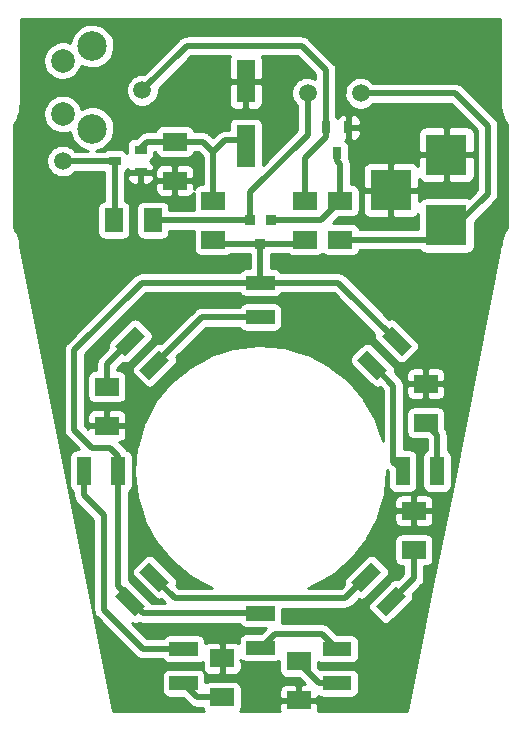
<source format=gtl>
G04 (created by PCBNEW (2013-07-07 BZR 4022)-stable) date 7.12.2014. 23:29:36*
%MOIN*%
G04 Gerber Fmt 3.4, Leading zero omitted, Abs format*
%FSLAX34Y34*%
G01*
G70*
G90*
G04 APERTURE LIST*
%ADD10C,0.00590551*%
%ADD11R,0.0394X0.0315*%
%ADD12R,0.0315X0.0394*%
%ADD13R,0.08X0.06*%
%ADD14R,0.06X0.08*%
%ADD15R,0.1378X0.1378*%
%ADD16C,0.0984252*%
%ADD17C,0.0787402*%
%ADD18R,0.036X0.036*%
%ADD19R,0.063X0.1417*%
%ADD20C,0.0590551*%
%ADD21C,0.02*%
%ADD22C,0.01*%
G04 APERTURE END LIST*
G54D10*
G54D11*
X12362Y-10531D03*
X13228Y-10156D03*
X13228Y-10906D03*
G54D12*
X19783Y-10275D03*
X19408Y-9409D03*
X20158Y-9409D03*
G54D13*
X14370Y-9881D03*
X14370Y-11181D03*
X22342Y-23484D03*
X22342Y-22184D03*
X15944Y-28405D03*
X15944Y-27105D03*
X22736Y-19252D03*
X22736Y-17952D03*
X18503Y-27204D03*
X18503Y-28504D03*
X12106Y-18050D03*
X12106Y-19350D03*
X19881Y-13150D03*
X19881Y-11850D03*
X18700Y-13150D03*
X18700Y-11850D03*
X15649Y-13150D03*
X15649Y-11850D03*
G54D14*
X13642Y-12500D03*
X12342Y-12500D03*
G54D10*
G36*
X16751Y-14350D02*
X17696Y-14350D01*
X17696Y-14822D01*
X16751Y-14822D01*
X16751Y-14350D01*
X16751Y-14350D01*
G37*
G36*
X16751Y-15492D02*
X17696Y-15492D01*
X17696Y-15964D01*
X16751Y-15964D01*
X16751Y-15492D01*
X16751Y-15492D01*
G37*
G36*
X20256Y-24566D02*
X20924Y-23898D01*
X21258Y-24232D01*
X20590Y-24900D01*
X20256Y-24566D01*
X20256Y-24566D01*
G37*
G36*
X21063Y-25373D02*
X21732Y-24705D01*
X22066Y-25039D01*
X21398Y-25707D01*
X21063Y-25373D01*
X21063Y-25373D01*
G37*
G36*
X13050Y-25707D02*
X12382Y-25039D01*
X12716Y-24705D01*
X13384Y-25373D01*
X13050Y-25707D01*
X13050Y-25707D01*
G37*
G36*
X13858Y-24900D02*
X13189Y-24232D01*
X13524Y-23898D01*
X14192Y-24566D01*
X13858Y-24900D01*
X13858Y-24900D01*
G37*
G36*
X14192Y-26555D02*
X15137Y-26555D01*
X15137Y-27027D01*
X14192Y-27027D01*
X14192Y-26555D01*
X14192Y-26555D01*
G37*
G36*
X14192Y-27696D02*
X15137Y-27696D01*
X15137Y-28169D01*
X14192Y-28169D01*
X14192Y-27696D01*
X14192Y-27696D01*
G37*
G36*
X12716Y-20393D02*
X12716Y-21338D01*
X12244Y-21338D01*
X12244Y-20393D01*
X12716Y-20393D01*
X12716Y-20393D01*
G37*
G36*
X11574Y-20393D02*
X11574Y-21338D01*
X11102Y-21338D01*
X11102Y-20393D01*
X11574Y-20393D01*
X11574Y-20393D01*
G37*
G36*
X21732Y-21338D02*
X21732Y-20393D01*
X22204Y-20393D01*
X22204Y-21338D01*
X21732Y-21338D01*
X21732Y-21338D01*
G37*
G36*
X22874Y-21338D02*
X22874Y-20393D01*
X23346Y-20393D01*
X23346Y-21338D01*
X22874Y-21338D01*
X22874Y-21338D01*
G37*
G36*
X21594Y-16024D02*
X22263Y-16692D01*
X21928Y-17026D01*
X21260Y-16358D01*
X21594Y-16024D01*
X21594Y-16024D01*
G37*
G36*
X20787Y-16831D02*
X21455Y-17499D01*
X21121Y-17833D01*
X20453Y-17165D01*
X20787Y-16831D01*
X20787Y-16831D01*
G37*
G36*
X19311Y-26555D02*
X20255Y-26555D01*
X20255Y-27027D01*
X19311Y-27027D01*
X19311Y-26555D01*
X19311Y-26555D01*
G37*
G36*
X19311Y-27696D02*
X20255Y-27696D01*
X20255Y-28169D01*
X19311Y-28169D01*
X19311Y-27696D01*
X19311Y-27696D01*
G37*
G36*
X16751Y-25374D02*
X17696Y-25374D01*
X17696Y-25846D01*
X16751Y-25846D01*
X16751Y-25374D01*
X16751Y-25374D01*
G37*
G36*
X16751Y-26515D02*
X17696Y-26515D01*
X17696Y-26988D01*
X16751Y-26988D01*
X16751Y-26515D01*
X16751Y-26515D01*
G37*
G36*
X14192Y-17165D02*
X13524Y-17833D01*
X13189Y-17499D01*
X13858Y-16831D01*
X14192Y-17165D01*
X14192Y-17165D01*
G37*
G36*
X13384Y-16358D02*
X12716Y-17026D01*
X12382Y-16692D01*
X13050Y-16024D01*
X13384Y-16358D01*
X13384Y-16358D01*
G37*
G54D15*
X23425Y-12677D03*
X23425Y-10315D03*
X21575Y-11496D03*
G54D16*
X11614Y-6692D03*
X11614Y-9448D03*
G54D17*
X10629Y-7185D03*
X10629Y-8956D03*
G54D18*
X16874Y-12493D03*
X17574Y-12493D03*
X17224Y-13293D03*
G54D19*
X16732Y-10039D03*
X16732Y-7873D03*
G54D20*
X10629Y-10531D03*
X13287Y-8169D03*
X18799Y-8267D03*
X20570Y-8267D03*
G54D21*
X22736Y-19252D02*
X22736Y-19291D01*
X23110Y-19665D02*
X23110Y-20866D01*
X22736Y-19291D02*
X23110Y-19665D01*
X22342Y-23484D02*
X22342Y-24429D01*
X22342Y-24429D02*
X21565Y-25206D01*
X10629Y-10531D02*
X12362Y-10531D01*
X12362Y-10531D02*
X12362Y-12479D01*
X12362Y-12479D02*
X12342Y-12500D01*
X15649Y-10334D02*
X15649Y-10236D01*
X15649Y-10236D02*
X16043Y-9842D01*
X16535Y-9842D02*
X16732Y-10039D01*
X16043Y-9842D02*
X16535Y-9842D01*
X14370Y-9881D02*
X15294Y-9881D01*
X15649Y-10334D02*
X15649Y-11850D01*
X15294Y-9881D02*
X15649Y-10236D01*
X13228Y-10156D02*
X13228Y-10098D01*
X13445Y-9881D02*
X14370Y-9881D01*
X13228Y-10098D02*
X13445Y-9881D01*
X19783Y-10275D02*
X19783Y-10531D01*
X19881Y-10629D02*
X19881Y-11850D01*
X19783Y-10531D02*
X19881Y-10629D01*
X17574Y-12493D02*
X19238Y-12493D01*
X19238Y-12493D02*
X19881Y-11850D01*
X17224Y-13293D02*
X18557Y-13293D01*
X18557Y-13293D02*
X18700Y-13150D01*
X17224Y-13293D02*
X17224Y-14586D01*
X15649Y-13150D02*
X15709Y-13150D01*
X15852Y-13293D02*
X17224Y-13293D01*
X15709Y-13150D02*
X15852Y-13293D01*
X17224Y-14586D02*
X13267Y-14586D01*
X13267Y-14586D02*
X11023Y-16830D01*
X11023Y-16830D02*
X11023Y-19488D01*
X11023Y-19488D02*
X11614Y-20078D01*
X11614Y-20078D02*
X12204Y-20078D01*
X12204Y-20078D02*
X12480Y-20354D01*
X12480Y-20354D02*
X12480Y-20866D01*
X12883Y-25206D02*
X12883Y-25088D01*
X12883Y-25088D02*
X12480Y-24685D01*
X12480Y-24685D02*
X12480Y-20866D01*
X12883Y-25206D02*
X12903Y-25206D01*
X13307Y-25610D02*
X17224Y-25610D01*
X12903Y-25206D02*
X13307Y-25610D01*
X17224Y-14586D02*
X19823Y-14586D01*
X19823Y-14586D02*
X21761Y-16525D01*
X19408Y-7499D02*
X19408Y-9409D01*
X18602Y-6692D02*
X19408Y-7499D01*
X14763Y-6692D02*
X18602Y-6692D01*
X13287Y-8169D02*
X14763Y-6692D01*
X19408Y-9409D02*
X19408Y-9725D01*
X18700Y-10433D02*
X18700Y-11850D01*
X19408Y-9725D02*
X18700Y-10433D01*
X13691Y-17332D02*
X13691Y-17312D01*
X15275Y-15728D02*
X17224Y-15728D01*
X13691Y-17312D02*
X15275Y-15728D01*
X17224Y-26751D02*
X17244Y-26751D01*
X19271Y-26279D02*
X19783Y-26791D01*
X17716Y-26279D02*
X19271Y-26279D01*
X17244Y-26751D02*
X17716Y-26279D01*
X20954Y-17332D02*
X20974Y-17332D01*
X21653Y-20551D02*
X21968Y-20866D01*
X21653Y-18011D02*
X21653Y-20551D01*
X20974Y-17332D02*
X21653Y-18011D01*
X14665Y-26791D02*
X13307Y-26791D01*
X11338Y-21673D02*
X11338Y-20866D01*
X12007Y-22342D02*
X11338Y-21673D01*
X12007Y-25492D02*
X12007Y-22342D01*
X13307Y-26791D02*
X12007Y-25492D01*
X13691Y-24399D02*
X13691Y-24419D01*
X20058Y-25098D02*
X20757Y-24399D01*
X14370Y-25098D02*
X20058Y-25098D01*
X13691Y-24419D02*
X14370Y-25098D01*
X12106Y-18050D02*
X12106Y-17302D01*
X12106Y-17302D02*
X12883Y-16525D01*
X18503Y-27204D02*
X18503Y-27263D01*
X19173Y-27933D02*
X19783Y-27933D01*
X18503Y-27263D02*
X19173Y-27933D01*
X14665Y-27933D02*
X14665Y-27952D01*
X15118Y-28405D02*
X15944Y-28405D01*
X14665Y-27952D02*
X15118Y-28405D01*
X16874Y-11570D02*
X18799Y-9645D01*
X18799Y-9645D02*
X18799Y-8267D01*
X16874Y-12493D02*
X16874Y-11570D01*
X23740Y-12677D02*
X23425Y-12677D01*
X24803Y-11614D02*
X23740Y-12677D01*
X24803Y-9350D02*
X24803Y-11614D01*
X23720Y-8267D02*
X24803Y-9350D01*
X20570Y-8267D02*
X23720Y-8267D01*
X19881Y-13150D02*
X22952Y-13150D01*
X22952Y-13150D02*
X23425Y-12677D01*
X13642Y-12500D02*
X16868Y-12500D01*
X16868Y-12500D02*
X16874Y-12493D01*
G54D10*
G36*
X25442Y-12746D02*
X25414Y-12779D01*
X25401Y-12799D01*
X25387Y-12820D01*
X25385Y-12823D01*
X25313Y-12959D01*
X25304Y-12981D01*
X25294Y-13004D01*
X25293Y-13007D01*
X25248Y-13154D01*
X25244Y-13178D01*
X25239Y-13202D01*
X25238Y-13206D01*
X25238Y-13206D01*
X25238Y-13206D01*
X25227Y-13324D01*
X25225Y-13328D01*
X25224Y-13332D01*
X25153Y-13691D01*
X25153Y-11614D01*
X25153Y-9350D01*
X25149Y-9318D01*
X25147Y-9286D01*
X25146Y-9284D01*
X25146Y-9282D01*
X25137Y-9251D01*
X25128Y-9220D01*
X25127Y-9218D01*
X25126Y-9217D01*
X25111Y-9188D01*
X25096Y-9159D01*
X25095Y-9158D01*
X25094Y-9156D01*
X25074Y-9131D01*
X25054Y-9106D01*
X25051Y-9103D01*
X25051Y-9103D01*
X25051Y-9103D01*
X25050Y-9102D01*
X23967Y-8020D01*
X23942Y-7999D01*
X23918Y-7978D01*
X23916Y-7978D01*
X23915Y-7976D01*
X23886Y-7961D01*
X23858Y-7946D01*
X23856Y-7945D01*
X23854Y-7944D01*
X23824Y-7935D01*
X23793Y-7925D01*
X23791Y-7925D01*
X23789Y-7924D01*
X23757Y-7921D01*
X23725Y-7917D01*
X23721Y-7917D01*
X23721Y-7917D01*
X23721Y-7917D01*
X23720Y-7917D01*
X20991Y-7917D01*
X20920Y-7845D01*
X20831Y-7785D01*
X20732Y-7744D01*
X20628Y-7722D01*
X20521Y-7722D01*
X20416Y-7742D01*
X20317Y-7782D01*
X20227Y-7840D01*
X20151Y-7915D01*
X20090Y-8003D01*
X20048Y-8102D01*
X20026Y-8206D01*
X20024Y-8313D01*
X20044Y-8418D01*
X20083Y-8518D01*
X20141Y-8608D01*
X20215Y-8684D01*
X20303Y-8746D01*
X20401Y-8788D01*
X20505Y-8811D01*
X20612Y-8814D01*
X20718Y-8795D01*
X20817Y-8756D01*
X20908Y-8699D01*
X20985Y-8625D01*
X20991Y-8617D01*
X23575Y-8617D01*
X24453Y-9495D01*
X24453Y-11469D01*
X24364Y-11558D01*
X24364Y-11028D01*
X24364Y-9601D01*
X24354Y-9553D01*
X24336Y-9508D01*
X24308Y-9467D01*
X24274Y-9432D01*
X24233Y-9405D01*
X24188Y-9386D01*
X24140Y-9376D01*
X24091Y-9376D01*
X23537Y-9376D01*
X23475Y-9438D01*
X23475Y-10265D01*
X24301Y-10265D01*
X24364Y-10202D01*
X24364Y-9601D01*
X24364Y-11028D01*
X24364Y-10427D01*
X24301Y-10365D01*
X23475Y-10365D01*
X23475Y-11191D01*
X23537Y-11254D01*
X24091Y-11254D01*
X24140Y-11254D01*
X24188Y-11244D01*
X24233Y-11225D01*
X24274Y-11197D01*
X24308Y-11162D01*
X24336Y-11122D01*
X24354Y-11076D01*
X24364Y-11028D01*
X24364Y-11558D01*
X24176Y-11745D01*
X24140Y-11738D01*
X24091Y-11738D01*
X23375Y-11738D01*
X23375Y-11191D01*
X23375Y-10365D01*
X23375Y-10265D01*
X23375Y-9438D01*
X23312Y-9376D01*
X22758Y-9376D01*
X22709Y-9376D01*
X22661Y-9386D01*
X22616Y-9405D01*
X22576Y-9432D01*
X22541Y-9467D01*
X22514Y-9508D01*
X22495Y-9553D01*
X22486Y-9601D01*
X22486Y-10202D01*
X22548Y-10265D01*
X23375Y-10265D01*
X23375Y-10365D01*
X22548Y-10365D01*
X22486Y-10427D01*
X22486Y-10689D01*
X22486Y-10689D01*
X22458Y-10648D01*
X22424Y-10613D01*
X22383Y-10586D01*
X22338Y-10567D01*
X22290Y-10557D01*
X22241Y-10557D01*
X21687Y-10557D01*
X21625Y-10619D01*
X21625Y-11446D01*
X22451Y-11446D01*
X22514Y-11383D01*
X22514Y-11121D01*
X22514Y-11122D01*
X22541Y-11162D01*
X22576Y-11197D01*
X22616Y-11225D01*
X22661Y-11244D01*
X22709Y-11254D01*
X22758Y-11254D01*
X23312Y-11254D01*
X23375Y-11191D01*
X23375Y-11738D01*
X22711Y-11738D01*
X22663Y-11747D01*
X22618Y-11766D01*
X22577Y-11793D01*
X22542Y-11828D01*
X22515Y-11868D01*
X22514Y-11871D01*
X22514Y-11608D01*
X22451Y-11546D01*
X21625Y-11546D01*
X21625Y-12372D01*
X21687Y-12435D01*
X22241Y-12435D01*
X22290Y-12435D01*
X22338Y-12425D01*
X22383Y-12406D01*
X22424Y-12378D01*
X22458Y-12343D01*
X22486Y-12303D01*
X22486Y-12303D01*
X22486Y-12800D01*
X21525Y-12800D01*
X21525Y-12372D01*
X21525Y-11546D01*
X21525Y-11446D01*
X21525Y-10619D01*
X21462Y-10557D01*
X20908Y-10557D01*
X20859Y-10557D01*
X20811Y-10567D01*
X20766Y-10586D01*
X20726Y-10613D01*
X20691Y-10648D01*
X20664Y-10689D01*
X20645Y-10734D01*
X20636Y-10782D01*
X20636Y-11383D01*
X20698Y-11446D01*
X21525Y-11446D01*
X21525Y-11546D01*
X20698Y-11546D01*
X20636Y-11608D01*
X20636Y-12209D01*
X20645Y-12257D01*
X20664Y-12303D01*
X20691Y-12343D01*
X20726Y-12378D01*
X20766Y-12406D01*
X20811Y-12425D01*
X20859Y-12435D01*
X20908Y-12435D01*
X21462Y-12435D01*
X21525Y-12372D01*
X21525Y-12800D01*
X20566Y-12800D01*
X20566Y-9583D01*
X20566Y-9235D01*
X20565Y-9186D01*
X20555Y-9138D01*
X20536Y-9093D01*
X20509Y-9052D01*
X20474Y-9017D01*
X20433Y-8990D01*
X20388Y-8972D01*
X20340Y-8962D01*
X20270Y-8962D01*
X20208Y-9025D01*
X20208Y-9359D01*
X20503Y-9359D01*
X20565Y-9297D01*
X20566Y-9235D01*
X20566Y-9583D01*
X20565Y-9522D01*
X20503Y-9459D01*
X20208Y-9459D01*
X20208Y-9794D01*
X20270Y-9856D01*
X20340Y-9856D01*
X20388Y-9847D01*
X20433Y-9828D01*
X20474Y-9801D01*
X20509Y-9766D01*
X20536Y-9726D01*
X20555Y-9680D01*
X20565Y-9632D01*
X20566Y-9583D01*
X20566Y-12800D01*
X20526Y-12800D01*
X20522Y-12777D01*
X20503Y-12732D01*
X20476Y-12691D01*
X20442Y-12656D01*
X20401Y-12629D01*
X20356Y-12610D01*
X20308Y-12600D01*
X20259Y-12599D01*
X19626Y-12599D01*
X19826Y-12400D01*
X20306Y-12400D01*
X20354Y-12390D01*
X20399Y-12371D01*
X20440Y-12344D01*
X20475Y-12310D01*
X20502Y-12269D01*
X20521Y-12224D01*
X20531Y-12176D01*
X20532Y-12127D01*
X20531Y-11525D01*
X20522Y-11477D01*
X20503Y-11432D01*
X20476Y-11391D01*
X20442Y-11356D01*
X20401Y-11329D01*
X20356Y-11310D01*
X20308Y-11300D01*
X20259Y-11299D01*
X20231Y-11299D01*
X20231Y-10629D01*
X20228Y-10597D01*
X20225Y-10565D01*
X20225Y-10563D01*
X20225Y-10561D01*
X20215Y-10530D01*
X20206Y-10499D01*
X20206Y-10498D01*
X20205Y-10496D01*
X20191Y-10469D01*
X20191Y-10449D01*
X20190Y-10054D01*
X20181Y-10005D01*
X20162Y-9960D01*
X20135Y-9919D01*
X20101Y-9884D01*
X20060Y-9857D01*
X20049Y-9852D01*
X20108Y-9794D01*
X20108Y-9459D01*
X20100Y-9459D01*
X20100Y-9359D01*
X20108Y-9359D01*
X20108Y-9025D01*
X20045Y-8962D01*
X19976Y-8962D01*
X19928Y-8972D01*
X19883Y-8990D01*
X19842Y-9017D01*
X19807Y-9052D01*
X19783Y-9087D01*
X19760Y-9053D01*
X19758Y-9051D01*
X19758Y-7499D01*
X19755Y-7466D01*
X19752Y-7434D01*
X19751Y-7432D01*
X19751Y-7431D01*
X19742Y-7400D01*
X19733Y-7369D01*
X19732Y-7367D01*
X19732Y-7365D01*
X19716Y-7337D01*
X19701Y-7308D01*
X19700Y-7306D01*
X19699Y-7305D01*
X19679Y-7280D01*
X19659Y-7255D01*
X19656Y-7252D01*
X19656Y-7252D01*
X19656Y-7252D01*
X19655Y-7251D01*
X18849Y-6445D01*
X18824Y-6424D01*
X18800Y-6404D01*
X18798Y-6403D01*
X18797Y-6402D01*
X18768Y-6386D01*
X18740Y-6371D01*
X18738Y-6370D01*
X18736Y-6369D01*
X18705Y-6360D01*
X18675Y-6350D01*
X18673Y-6350D01*
X18671Y-6349D01*
X18639Y-6346D01*
X18607Y-6342D01*
X18603Y-6342D01*
X18603Y-6342D01*
X18603Y-6342D01*
X18602Y-6342D01*
X14763Y-6342D01*
X14731Y-6346D01*
X14699Y-6348D01*
X14697Y-6349D01*
X14695Y-6349D01*
X14664Y-6358D01*
X14633Y-6367D01*
X14632Y-6368D01*
X14630Y-6369D01*
X14601Y-6384D01*
X14573Y-6399D01*
X14571Y-6400D01*
X14570Y-6401D01*
X14545Y-6421D01*
X14519Y-6441D01*
X14517Y-6444D01*
X14517Y-6444D01*
X14517Y-6444D01*
X14516Y-6445D01*
X13337Y-7624D01*
X13237Y-7623D01*
X13132Y-7643D01*
X13033Y-7683D01*
X12944Y-7742D01*
X12867Y-7817D01*
X12807Y-7905D01*
X12765Y-8003D01*
X12742Y-8108D01*
X12741Y-8215D01*
X12760Y-8320D01*
X12800Y-8419D01*
X12858Y-8509D01*
X12932Y-8586D01*
X13020Y-8647D01*
X13118Y-8690D01*
X13222Y-8713D01*
X13329Y-8715D01*
X13434Y-8697D01*
X13534Y-8658D01*
X13624Y-8601D01*
X13702Y-8527D01*
X13763Y-8439D01*
X13807Y-8342D01*
X13830Y-8237D01*
X13832Y-8119D01*
X14908Y-7042D01*
X16198Y-7042D01*
X16195Y-7047D01*
X16176Y-7092D01*
X16167Y-7140D01*
X16167Y-7761D01*
X16229Y-7823D01*
X16682Y-7823D01*
X16682Y-7815D01*
X16782Y-7815D01*
X16782Y-7823D01*
X17234Y-7823D01*
X17297Y-7761D01*
X17297Y-7140D01*
X17287Y-7092D01*
X17269Y-7047D01*
X17266Y-7042D01*
X18457Y-7042D01*
X19058Y-7643D01*
X19058Y-7785D01*
X18961Y-7744D01*
X18856Y-7722D01*
X18749Y-7722D01*
X18644Y-7742D01*
X18545Y-7782D01*
X18455Y-7840D01*
X18379Y-7915D01*
X18319Y-8003D01*
X18276Y-8102D01*
X18254Y-8206D01*
X18253Y-8313D01*
X18272Y-8418D01*
X18311Y-8518D01*
X18369Y-8608D01*
X18444Y-8684D01*
X18449Y-8688D01*
X18449Y-9500D01*
X17297Y-10652D01*
X17297Y-9306D01*
X17297Y-8606D01*
X17297Y-7986D01*
X17234Y-7923D01*
X16782Y-7923D01*
X16782Y-8769D01*
X16844Y-8832D01*
X17024Y-8832D01*
X17073Y-8832D01*
X17121Y-8822D01*
X17166Y-8803D01*
X17207Y-8775D01*
X17241Y-8740D01*
X17269Y-8700D01*
X17287Y-8654D01*
X17297Y-8606D01*
X17297Y-9306D01*
X17287Y-9258D01*
X17269Y-9213D01*
X17241Y-9172D01*
X17207Y-9137D01*
X17166Y-9110D01*
X17121Y-9091D01*
X17073Y-9081D01*
X17024Y-9081D01*
X16682Y-9081D01*
X16682Y-8769D01*
X16682Y-7923D01*
X16229Y-7923D01*
X16167Y-7986D01*
X16167Y-8606D01*
X16176Y-8654D01*
X16195Y-8700D01*
X16222Y-8740D01*
X16257Y-8775D01*
X16297Y-8803D01*
X16342Y-8822D01*
X16391Y-8832D01*
X16440Y-8832D01*
X16619Y-8832D01*
X16682Y-8769D01*
X16682Y-9081D01*
X16392Y-9081D01*
X16344Y-9090D01*
X16299Y-9109D01*
X16258Y-9136D01*
X16223Y-9171D01*
X16196Y-9211D01*
X16177Y-9256D01*
X16167Y-9304D01*
X16167Y-9353D01*
X16167Y-9492D01*
X16043Y-9492D01*
X16011Y-9495D01*
X15978Y-9498D01*
X15977Y-9499D01*
X15975Y-9499D01*
X15944Y-9508D01*
X15913Y-9517D01*
X15911Y-9518D01*
X15909Y-9518D01*
X15881Y-9534D01*
X15852Y-9548D01*
X15851Y-9550D01*
X15849Y-9550D01*
X15824Y-9571D01*
X15799Y-9591D01*
X15796Y-9594D01*
X15796Y-9594D01*
X15796Y-9594D01*
X15795Y-9595D01*
X15649Y-9741D01*
X15542Y-9634D01*
X15517Y-9613D01*
X15492Y-9592D01*
X15491Y-9591D01*
X15489Y-9590D01*
X15461Y-9575D01*
X15432Y-9559D01*
X15431Y-9559D01*
X15429Y-9558D01*
X15398Y-9548D01*
X15367Y-9539D01*
X15365Y-9538D01*
X15364Y-9538D01*
X15331Y-9535D01*
X15299Y-9531D01*
X15296Y-9531D01*
X15296Y-9531D01*
X15296Y-9531D01*
X15294Y-9531D01*
X15015Y-9531D01*
X15010Y-9508D01*
X14991Y-9463D01*
X14964Y-9422D01*
X14930Y-9387D01*
X14889Y-9360D01*
X14844Y-9341D01*
X14796Y-9331D01*
X14747Y-9331D01*
X13945Y-9331D01*
X13897Y-9341D01*
X13852Y-9359D01*
X13811Y-9386D01*
X13776Y-9421D01*
X13749Y-9462D01*
X13730Y-9507D01*
X13725Y-9531D01*
X13445Y-9531D01*
X13413Y-9534D01*
X13380Y-9537D01*
X13379Y-9537D01*
X13377Y-9538D01*
X13346Y-9547D01*
X13315Y-9556D01*
X13313Y-9557D01*
X13311Y-9557D01*
X13283Y-9573D01*
X13254Y-9587D01*
X13253Y-9589D01*
X13251Y-9589D01*
X13226Y-9610D01*
X13201Y-9630D01*
X13198Y-9633D01*
X13198Y-9633D01*
X13198Y-9633D01*
X13197Y-9634D01*
X13082Y-9748D01*
X13006Y-9748D01*
X12958Y-9758D01*
X12913Y-9777D01*
X12872Y-9804D01*
X12837Y-9838D01*
X12810Y-9879D01*
X12791Y-9924D01*
X12781Y-9972D01*
X12781Y-10021D01*
X12781Y-10256D01*
X12781Y-10256D01*
X12753Y-10215D01*
X12719Y-10180D01*
X12678Y-10153D01*
X12633Y-10134D01*
X12585Y-10124D01*
X12536Y-10123D01*
X12140Y-10123D01*
X12092Y-10133D01*
X12047Y-10152D01*
X12006Y-10179D01*
X12004Y-10181D01*
X11732Y-10181D01*
X11814Y-10167D01*
X11950Y-10114D01*
X12073Y-10036D01*
X12178Y-9936D01*
X12262Y-9817D01*
X12321Y-9684D01*
X12354Y-9542D01*
X12356Y-9376D01*
X12356Y-6620D01*
X12328Y-6477D01*
X12272Y-6342D01*
X12192Y-6221D01*
X12089Y-6118D01*
X11968Y-6036D01*
X11834Y-5980D01*
X11692Y-5951D01*
X11546Y-5950D01*
X11403Y-5977D01*
X11268Y-6032D01*
X11146Y-6111D01*
X11042Y-6213D01*
X10960Y-6333D01*
X10903Y-6467D01*
X10877Y-6590D01*
X10821Y-6567D01*
X10697Y-6541D01*
X10571Y-6540D01*
X10447Y-6564D01*
X10330Y-6611D01*
X10224Y-6680D01*
X10134Y-6769D01*
X10063Y-6873D01*
X10013Y-6989D01*
X9987Y-7112D01*
X9985Y-7239D01*
X10008Y-7363D01*
X10054Y-7480D01*
X10123Y-7586D01*
X10210Y-7677D01*
X10314Y-7749D01*
X10430Y-7800D01*
X10553Y-7827D01*
X10679Y-7829D01*
X10803Y-7808D01*
X10921Y-7762D01*
X11028Y-7694D01*
X11119Y-7607D01*
X11192Y-7504D01*
X11243Y-7389D01*
X11253Y-7345D01*
X11383Y-7402D01*
X11525Y-7433D01*
X11671Y-7436D01*
X11814Y-7411D01*
X11950Y-7358D01*
X12073Y-7280D01*
X12178Y-7180D01*
X12262Y-7061D01*
X12321Y-6928D01*
X12354Y-6786D01*
X12356Y-6620D01*
X12356Y-9376D01*
X12328Y-9233D01*
X12272Y-9098D01*
X12192Y-8977D01*
X12089Y-8874D01*
X11968Y-8792D01*
X11834Y-8736D01*
X11692Y-8707D01*
X11546Y-8706D01*
X11403Y-8733D01*
X11268Y-8787D01*
X11254Y-8797D01*
X11249Y-8769D01*
X11201Y-8653D01*
X11131Y-8547D01*
X11042Y-8458D01*
X10937Y-8387D01*
X10821Y-8338D01*
X10697Y-8313D01*
X10571Y-8312D01*
X10447Y-8336D01*
X10330Y-8383D01*
X10224Y-8452D01*
X10134Y-8540D01*
X10063Y-8645D01*
X10013Y-8761D01*
X9987Y-8884D01*
X9985Y-9010D01*
X10008Y-9134D01*
X10054Y-9252D01*
X10123Y-9358D01*
X10210Y-9449D01*
X10314Y-9521D01*
X10430Y-9571D01*
X10553Y-9598D01*
X10679Y-9601D01*
X10803Y-9579D01*
X10878Y-9550D01*
X10897Y-9654D01*
X10950Y-9789D01*
X11029Y-9912D01*
X11130Y-10016D01*
X11250Y-10099D01*
X11383Y-10158D01*
X11490Y-10181D01*
X11050Y-10181D01*
X10979Y-10109D01*
X10890Y-10049D01*
X10791Y-10008D01*
X10687Y-9986D01*
X10580Y-9985D01*
X10475Y-10005D01*
X10376Y-10045D01*
X10286Y-10104D01*
X10210Y-10179D01*
X10149Y-10267D01*
X10107Y-10365D01*
X10085Y-10470D01*
X10083Y-10577D01*
X10103Y-10682D01*
X10142Y-10781D01*
X10200Y-10871D01*
X10274Y-10948D01*
X10362Y-11009D01*
X10460Y-11052D01*
X10565Y-11075D01*
X10671Y-11077D01*
X10777Y-11059D01*
X10876Y-11020D01*
X10967Y-10963D01*
X11044Y-10889D01*
X11050Y-10881D01*
X12004Y-10881D01*
X12005Y-10882D01*
X12012Y-10887D01*
X12012Y-11851D01*
X11969Y-11859D01*
X11924Y-11878D01*
X11883Y-11905D01*
X11848Y-11939D01*
X11821Y-11980D01*
X11802Y-12025D01*
X11792Y-12073D01*
X11791Y-12122D01*
X11792Y-12924D01*
X11801Y-12972D01*
X11820Y-13017D01*
X11847Y-13058D01*
X11881Y-13093D01*
X11922Y-13120D01*
X11967Y-13139D01*
X12015Y-13149D01*
X12064Y-13150D01*
X12666Y-13150D01*
X12714Y-13140D01*
X12760Y-13121D01*
X12800Y-13094D01*
X12835Y-13060D01*
X12863Y-13019D01*
X12882Y-12974D01*
X12891Y-12926D01*
X12892Y-12877D01*
X12892Y-12075D01*
X12882Y-12027D01*
X12863Y-11982D01*
X12836Y-11941D01*
X12802Y-11906D01*
X12761Y-11879D01*
X12716Y-11860D01*
X12712Y-11859D01*
X12712Y-10887D01*
X12718Y-10883D01*
X12752Y-10849D01*
X12780Y-10808D01*
X12784Y-10797D01*
X12843Y-10856D01*
X13178Y-10856D01*
X13178Y-10848D01*
X13278Y-10848D01*
X13278Y-10856D01*
X13612Y-10856D01*
X13675Y-10793D01*
X13675Y-10724D01*
X13665Y-10676D01*
X13647Y-10631D01*
X13619Y-10590D01*
X13585Y-10555D01*
X13549Y-10531D01*
X13584Y-10508D01*
X13618Y-10474D01*
X13646Y-10433D01*
X13665Y-10388D01*
X13675Y-10340D01*
X13675Y-10291D01*
X13675Y-10231D01*
X13725Y-10231D01*
X13729Y-10254D01*
X13748Y-10299D01*
X13775Y-10340D01*
X13809Y-10375D01*
X13850Y-10402D01*
X13895Y-10421D01*
X13943Y-10431D01*
X13992Y-10431D01*
X14794Y-10431D01*
X14842Y-10421D01*
X14888Y-10403D01*
X14928Y-10376D01*
X14963Y-10341D01*
X14991Y-10300D01*
X15010Y-10255D01*
X15015Y-10231D01*
X15149Y-10231D01*
X15299Y-10381D01*
X15299Y-11299D01*
X15225Y-11299D01*
X15176Y-11309D01*
X15131Y-11328D01*
X15090Y-11355D01*
X15056Y-11389D01*
X15028Y-11430D01*
X15020Y-11450D01*
X15020Y-10856D01*
X15010Y-10808D01*
X14991Y-10763D01*
X14964Y-10722D01*
X14930Y-10687D01*
X14889Y-10660D01*
X14844Y-10641D01*
X14796Y-10631D01*
X14747Y-10631D01*
X14482Y-10631D01*
X14420Y-10693D01*
X14420Y-11131D01*
X14957Y-11131D01*
X15020Y-11068D01*
X15020Y-10856D01*
X15020Y-11450D01*
X15020Y-11450D01*
X15020Y-11293D01*
X14957Y-11231D01*
X14420Y-11231D01*
X14420Y-11668D01*
X14482Y-11731D01*
X14747Y-11731D01*
X14796Y-11731D01*
X14844Y-11721D01*
X14889Y-11702D01*
X14930Y-11675D01*
X14964Y-11640D01*
X14991Y-11599D01*
X14999Y-11581D01*
X14999Y-12150D01*
X14320Y-12150D01*
X14320Y-11668D01*
X14320Y-11231D01*
X14320Y-11131D01*
X14320Y-10693D01*
X14257Y-10631D01*
X13992Y-10631D01*
X13943Y-10631D01*
X13895Y-10641D01*
X13850Y-10660D01*
X13809Y-10687D01*
X13775Y-10722D01*
X13748Y-10763D01*
X13729Y-10808D01*
X13720Y-10856D01*
X13720Y-11068D01*
X13782Y-11131D01*
X14320Y-11131D01*
X14320Y-11231D01*
X13782Y-11231D01*
X13720Y-11293D01*
X13720Y-11506D01*
X13729Y-11554D01*
X13748Y-11599D01*
X13775Y-11640D01*
X13809Y-11675D01*
X13850Y-11702D01*
X13895Y-11721D01*
X13943Y-11731D01*
X13992Y-11731D01*
X14257Y-11731D01*
X14320Y-11668D01*
X14320Y-12150D01*
X14192Y-12150D01*
X14192Y-12075D01*
X14182Y-12027D01*
X14163Y-11982D01*
X14136Y-11941D01*
X14102Y-11906D01*
X14061Y-11879D01*
X14016Y-11860D01*
X13968Y-11850D01*
X13919Y-11849D01*
X13675Y-11849D01*
X13675Y-11088D01*
X13675Y-11018D01*
X13612Y-10956D01*
X13278Y-10956D01*
X13278Y-11251D01*
X13340Y-11313D01*
X13402Y-11314D01*
X13451Y-11313D01*
X13499Y-11303D01*
X13544Y-11284D01*
X13585Y-11257D01*
X13619Y-11222D01*
X13647Y-11181D01*
X13665Y-11136D01*
X13675Y-11088D01*
X13675Y-11849D01*
X13317Y-11849D01*
X13269Y-11859D01*
X13224Y-11878D01*
X13183Y-11905D01*
X13178Y-11910D01*
X13178Y-11251D01*
X13178Y-10956D01*
X12843Y-10956D01*
X12781Y-11018D01*
X12781Y-11088D01*
X12790Y-11136D01*
X12809Y-11181D01*
X12836Y-11222D01*
X12871Y-11257D01*
X12911Y-11284D01*
X12956Y-11303D01*
X13005Y-11313D01*
X13054Y-11314D01*
X13115Y-11313D01*
X13178Y-11251D01*
X13178Y-11910D01*
X13148Y-11939D01*
X13121Y-11980D01*
X13102Y-12025D01*
X13092Y-12073D01*
X13091Y-12122D01*
X13092Y-12924D01*
X13101Y-12972D01*
X13120Y-13017D01*
X13147Y-13058D01*
X13181Y-13093D01*
X13222Y-13120D01*
X13267Y-13139D01*
X13315Y-13149D01*
X13364Y-13150D01*
X13966Y-13150D01*
X14014Y-13140D01*
X14060Y-13121D01*
X14100Y-13094D01*
X14135Y-13060D01*
X14163Y-13019D01*
X14182Y-12974D01*
X14191Y-12926D01*
X14192Y-12877D01*
X14192Y-12850D01*
X14999Y-12850D01*
X14999Y-12872D01*
X14999Y-13474D01*
X15009Y-13522D01*
X15027Y-13567D01*
X15054Y-13608D01*
X15089Y-13643D01*
X15130Y-13670D01*
X15175Y-13689D01*
X15223Y-13699D01*
X15272Y-13700D01*
X16074Y-13700D01*
X16122Y-13690D01*
X16167Y-13671D01*
X16208Y-13644D01*
X16209Y-13643D01*
X16860Y-13643D01*
X16874Y-13657D01*
X16874Y-14100D01*
X16727Y-14100D01*
X16679Y-14109D01*
X16634Y-14128D01*
X16593Y-14155D01*
X16558Y-14190D01*
X16530Y-14230D01*
X16528Y-14236D01*
X13267Y-14236D01*
X13235Y-14239D01*
X13203Y-14242D01*
X13201Y-14243D01*
X13199Y-14243D01*
X13168Y-14252D01*
X13137Y-14261D01*
X13136Y-14262D01*
X13134Y-14263D01*
X13105Y-14278D01*
X13077Y-14293D01*
X13075Y-14294D01*
X13074Y-14295D01*
X13048Y-14315D01*
X13023Y-14335D01*
X13021Y-14338D01*
X13021Y-14338D01*
X13021Y-14338D01*
X13020Y-14339D01*
X10776Y-16583D01*
X10755Y-16608D01*
X10734Y-16632D01*
X10733Y-16634D01*
X10732Y-16636D01*
X10717Y-16664D01*
X10701Y-16692D01*
X10701Y-16694D01*
X10700Y-16696D01*
X10691Y-16727D01*
X10681Y-16757D01*
X10681Y-16759D01*
X10680Y-16761D01*
X10677Y-16793D01*
X10673Y-16825D01*
X10673Y-16829D01*
X10673Y-16829D01*
X10673Y-16829D01*
X10673Y-16830D01*
X10673Y-19488D01*
X10676Y-19520D01*
X10679Y-19552D01*
X10680Y-19554D01*
X10680Y-19556D01*
X10689Y-19587D01*
X10698Y-19618D01*
X10699Y-19619D01*
X10700Y-19621D01*
X10715Y-19650D01*
X10730Y-19678D01*
X10731Y-19680D01*
X10732Y-19681D01*
X10752Y-19706D01*
X10772Y-19732D01*
X10775Y-19734D01*
X10775Y-19734D01*
X10775Y-19734D01*
X10776Y-19735D01*
X11184Y-20143D01*
X11077Y-20143D01*
X11029Y-20153D01*
X10984Y-20171D01*
X10943Y-20199D01*
X10908Y-20233D01*
X10881Y-20274D01*
X10862Y-20319D01*
X10852Y-20367D01*
X10852Y-20416D01*
X10852Y-21363D01*
X10861Y-21411D01*
X10880Y-21456D01*
X10907Y-21497D01*
X10942Y-21532D01*
X10982Y-21559D01*
X10988Y-21561D01*
X10988Y-21673D01*
X10991Y-21705D01*
X10994Y-21737D01*
X10995Y-21739D01*
X10995Y-21741D01*
X11004Y-21772D01*
X11013Y-21803D01*
X11014Y-21804D01*
X11014Y-21806D01*
X11030Y-21835D01*
X11045Y-21863D01*
X11046Y-21865D01*
X11047Y-21866D01*
X11067Y-21891D01*
X11087Y-21917D01*
X11090Y-21919D01*
X11090Y-21919D01*
X11090Y-21919D01*
X11091Y-21920D01*
X11657Y-22487D01*
X11657Y-25492D01*
X11661Y-25524D01*
X11663Y-25556D01*
X11664Y-25558D01*
X11664Y-25560D01*
X11673Y-25591D01*
X11682Y-25622D01*
X11683Y-25623D01*
X11684Y-25625D01*
X11699Y-25654D01*
X11714Y-25682D01*
X11715Y-25684D01*
X11716Y-25685D01*
X11736Y-25710D01*
X11756Y-25736D01*
X11759Y-25738D01*
X11759Y-25738D01*
X11759Y-25738D01*
X11760Y-25739D01*
X13059Y-27038D01*
X13084Y-27059D01*
X13109Y-27080D01*
X13110Y-27081D01*
X13112Y-27082D01*
X13140Y-27097D01*
X13169Y-27113D01*
X13170Y-27113D01*
X13172Y-27114D01*
X13203Y-27123D01*
X13234Y-27133D01*
X13236Y-27133D01*
X13237Y-27134D01*
X13270Y-27137D01*
X13302Y-27141D01*
X13305Y-27141D01*
X13305Y-27141D01*
X13305Y-27141D01*
X13307Y-27141D01*
X13969Y-27141D01*
X13971Y-27145D01*
X13998Y-27186D01*
X14032Y-27221D01*
X14073Y-27248D01*
X14118Y-27267D01*
X14166Y-27277D01*
X14215Y-27277D01*
X15162Y-27277D01*
X15210Y-27268D01*
X15255Y-27249D01*
X15294Y-27223D01*
X15294Y-27430D01*
X15304Y-27478D01*
X15323Y-27523D01*
X15350Y-27564D01*
X15384Y-27599D01*
X15425Y-27626D01*
X15470Y-27645D01*
X15518Y-27655D01*
X15567Y-27656D01*
X15832Y-27655D01*
X15894Y-27593D01*
X15894Y-27155D01*
X15887Y-27155D01*
X15887Y-27055D01*
X15894Y-27055D01*
X15894Y-26618D01*
X15832Y-26555D01*
X15567Y-26555D01*
X15518Y-26556D01*
X15470Y-26565D01*
X15425Y-26584D01*
X15387Y-26610D01*
X15387Y-26530D01*
X15378Y-26482D01*
X15359Y-26437D01*
X15332Y-26396D01*
X15297Y-26361D01*
X15257Y-26334D01*
X15212Y-26315D01*
X15164Y-26305D01*
X15115Y-26304D01*
X14168Y-26305D01*
X14120Y-26314D01*
X14074Y-26333D01*
X14034Y-26360D01*
X13999Y-26394D01*
X13971Y-26435D01*
X13969Y-26441D01*
X13452Y-26441D01*
X12945Y-25934D01*
X12977Y-25948D01*
X13025Y-25957D01*
X13074Y-25958D01*
X13122Y-25948D01*
X13166Y-25930D01*
X13169Y-25931D01*
X13170Y-25932D01*
X13172Y-25933D01*
X13203Y-25942D01*
X13234Y-25952D01*
X13236Y-25952D01*
X13237Y-25953D01*
X13270Y-25956D01*
X13302Y-25960D01*
X13305Y-25960D01*
X13305Y-25960D01*
X13305Y-25960D01*
X13307Y-25960D01*
X16528Y-25960D01*
X16530Y-25964D01*
X16557Y-26005D01*
X16591Y-26040D01*
X16632Y-26067D01*
X16677Y-26086D01*
X16725Y-26096D01*
X16774Y-26096D01*
X17404Y-26096D01*
X17235Y-26265D01*
X16727Y-26265D01*
X16679Y-26275D01*
X16634Y-26293D01*
X16593Y-26321D01*
X16558Y-26355D01*
X16530Y-26396D01*
X16511Y-26441D01*
X16502Y-26489D01*
X16501Y-26538D01*
X16501Y-26610D01*
X16464Y-26584D01*
X16419Y-26565D01*
X16371Y-26556D01*
X16322Y-26555D01*
X16057Y-26555D01*
X15994Y-26618D01*
X15994Y-27055D01*
X16002Y-27055D01*
X16002Y-27155D01*
X15994Y-27155D01*
X15994Y-27593D01*
X16057Y-27655D01*
X16322Y-27656D01*
X16371Y-27655D01*
X16419Y-27645D01*
X16464Y-27626D01*
X16505Y-27599D01*
X16539Y-27564D01*
X16566Y-27523D01*
X16585Y-27478D01*
X16594Y-27430D01*
X16594Y-27218D01*
X16532Y-27155D01*
X16566Y-27155D01*
X16591Y-27181D01*
X16632Y-27209D01*
X16677Y-27228D01*
X16725Y-27238D01*
X16774Y-27238D01*
X17721Y-27238D01*
X17769Y-27228D01*
X17814Y-27209D01*
X17853Y-27184D01*
X17853Y-27528D01*
X17863Y-27576D01*
X17882Y-27622D01*
X17909Y-27663D01*
X17943Y-27697D01*
X17984Y-27725D01*
X18029Y-27744D01*
X18077Y-27754D01*
X18126Y-27754D01*
X18499Y-27754D01*
X18699Y-27954D01*
X18616Y-27954D01*
X18553Y-28016D01*
X18553Y-28454D01*
X19091Y-28454D01*
X19153Y-28391D01*
X19153Y-28364D01*
X19191Y-28390D01*
X19236Y-28409D01*
X19284Y-28419D01*
X19333Y-28419D01*
X20280Y-28419D01*
X20328Y-28409D01*
X20373Y-28391D01*
X20414Y-28363D01*
X20449Y-28329D01*
X20476Y-28288D01*
X20495Y-28243D01*
X20505Y-28195D01*
X20506Y-28146D01*
X20505Y-27672D01*
X20496Y-27624D01*
X20477Y-27578D01*
X20450Y-27538D01*
X20416Y-27503D01*
X20375Y-27475D01*
X20330Y-27456D01*
X20282Y-27447D01*
X20233Y-27446D01*
X19286Y-27446D01*
X19238Y-27456D01*
X19205Y-27470D01*
X19154Y-27418D01*
X19154Y-27223D01*
X19191Y-27248D01*
X19236Y-27267D01*
X19284Y-27277D01*
X19333Y-27277D01*
X20280Y-27277D01*
X20328Y-27268D01*
X20373Y-27249D01*
X20414Y-27222D01*
X20449Y-27187D01*
X20476Y-27147D01*
X20495Y-27101D01*
X20505Y-27053D01*
X20506Y-27004D01*
X20505Y-26530D01*
X20496Y-26482D01*
X20477Y-26437D01*
X20450Y-26396D01*
X20416Y-26361D01*
X20375Y-26334D01*
X20330Y-26315D01*
X20282Y-26305D01*
X20233Y-26304D01*
X19792Y-26305D01*
X19519Y-26032D01*
X19494Y-26011D01*
X19469Y-25990D01*
X19467Y-25989D01*
X19466Y-25988D01*
X19437Y-25973D01*
X19409Y-25957D01*
X19407Y-25957D01*
X19406Y-25956D01*
X19375Y-25946D01*
X19344Y-25937D01*
X19342Y-25936D01*
X19340Y-25936D01*
X19308Y-25933D01*
X19276Y-25929D01*
X19272Y-25929D01*
X19272Y-25929D01*
X19272Y-25929D01*
X19271Y-25929D01*
X17933Y-25929D01*
X17936Y-25920D01*
X17946Y-25872D01*
X17947Y-25823D01*
X17946Y-25448D01*
X20058Y-25448D01*
X20090Y-25445D01*
X20123Y-25442D01*
X20124Y-25441D01*
X20126Y-25441D01*
X20157Y-25432D01*
X20188Y-25423D01*
X20190Y-25422D01*
X20192Y-25422D01*
X20220Y-25406D01*
X20249Y-25391D01*
X20250Y-25390D01*
X20252Y-25389D01*
X20277Y-25369D01*
X20302Y-25349D01*
X20305Y-25346D01*
X20305Y-25346D01*
X20305Y-25346D01*
X20306Y-25345D01*
X20513Y-25139D01*
X20517Y-25140D01*
X20565Y-25150D01*
X20614Y-25150D01*
X20662Y-25141D01*
X20707Y-25122D01*
X20748Y-25095D01*
X20783Y-25061D01*
X21452Y-24391D01*
X21480Y-24351D01*
X21499Y-24305D01*
X21508Y-24257D01*
X21508Y-24208D01*
X21499Y-24160D01*
X21481Y-24115D01*
X21454Y-24074D01*
X21419Y-24039D01*
X21084Y-23704D01*
X21043Y-23676D01*
X20998Y-23658D01*
X20950Y-23648D01*
X20901Y-23648D01*
X20853Y-23657D01*
X20807Y-23676D01*
X20766Y-23703D01*
X20731Y-23737D01*
X20062Y-24407D01*
X20035Y-24447D01*
X20016Y-24493D01*
X20006Y-24541D01*
X20006Y-24590D01*
X20015Y-24638D01*
X20018Y-24644D01*
X19913Y-24748D01*
X18821Y-24748D01*
X18910Y-24718D01*
X18933Y-24708D01*
X18955Y-24699D01*
X18958Y-24697D01*
X19627Y-24317D01*
X19647Y-24303D01*
X19667Y-24289D01*
X19670Y-24287D01*
X20251Y-23785D01*
X20268Y-23767D01*
X20285Y-23750D01*
X20287Y-23747D01*
X20761Y-23141D01*
X20774Y-23121D01*
X20787Y-23100D01*
X20789Y-23097D01*
X21135Y-22411D01*
X21144Y-22388D01*
X21153Y-22366D01*
X21154Y-22362D01*
X21361Y-21622D01*
X21365Y-21598D01*
X21370Y-21574D01*
X21370Y-21570D01*
X21370Y-21570D01*
X21428Y-20820D01*
X21482Y-20874D01*
X21482Y-21363D01*
X21491Y-21411D01*
X21510Y-21456D01*
X21537Y-21497D01*
X21572Y-21532D01*
X21612Y-21559D01*
X21657Y-21578D01*
X21706Y-21588D01*
X21755Y-21588D01*
X22229Y-21588D01*
X22277Y-21579D01*
X22322Y-21560D01*
X22363Y-21533D01*
X22398Y-21498D01*
X22425Y-21458D01*
X22444Y-21412D01*
X22454Y-21364D01*
X22454Y-21315D01*
X22454Y-20369D01*
X22445Y-20321D01*
X22426Y-20275D01*
X22399Y-20234D01*
X22364Y-20200D01*
X22324Y-20172D01*
X22279Y-20153D01*
X22230Y-20143D01*
X22181Y-20143D01*
X22003Y-20143D01*
X22003Y-18011D01*
X22000Y-17979D01*
X21997Y-17947D01*
X21997Y-17945D01*
X21996Y-17943D01*
X21987Y-17912D01*
X21978Y-17881D01*
X21977Y-17880D01*
X21977Y-17878D01*
X21961Y-17849D01*
X21947Y-17821D01*
X21945Y-17819D01*
X21945Y-17818D01*
X21924Y-17793D01*
X21904Y-17767D01*
X21901Y-17765D01*
X21901Y-17765D01*
X21901Y-17765D01*
X21901Y-17764D01*
X21698Y-17561D01*
X21705Y-17525D01*
X21705Y-17476D01*
X21696Y-17428D01*
X21677Y-17382D01*
X21650Y-17341D01*
X21616Y-17306D01*
X20947Y-16637D01*
X20906Y-16610D01*
X20861Y-16591D01*
X20812Y-16581D01*
X20763Y-16581D01*
X20715Y-16590D01*
X20670Y-16609D01*
X20629Y-16636D01*
X20594Y-16670D01*
X20259Y-17006D01*
X20232Y-17047D01*
X20213Y-17092D01*
X20203Y-17140D01*
X20203Y-17189D01*
X20212Y-17237D01*
X20231Y-17282D01*
X20258Y-17323D01*
X20292Y-17358D01*
X20962Y-18028D01*
X21002Y-18055D01*
X21048Y-18074D01*
X21096Y-18083D01*
X21145Y-18083D01*
X21193Y-18074D01*
X21213Y-18066D01*
X21303Y-18156D01*
X21303Y-19868D01*
X21088Y-19206D01*
X21078Y-19184D01*
X21069Y-19161D01*
X21067Y-19158D01*
X20692Y-18487D01*
X20678Y-18467D01*
X20665Y-18447D01*
X20662Y-18444D01*
X20662Y-18444D01*
X20164Y-17859D01*
X20147Y-17842D01*
X20129Y-17825D01*
X20126Y-17822D01*
X19524Y-17345D01*
X19504Y-17332D01*
X19483Y-17318D01*
X19480Y-17316D01*
X18796Y-16965D01*
X18774Y-16956D01*
X18751Y-16947D01*
X18748Y-16946D01*
X18009Y-16734D01*
X17985Y-16730D01*
X17961Y-16725D01*
X17957Y-16725D01*
X17947Y-16724D01*
X17947Y-15941D01*
X17946Y-15467D01*
X17937Y-15419D01*
X17918Y-15374D01*
X17891Y-15333D01*
X17856Y-15298D01*
X17816Y-15271D01*
X17771Y-15252D01*
X17723Y-15242D01*
X17674Y-15241D01*
X16727Y-15242D01*
X16679Y-15251D01*
X16634Y-15270D01*
X16593Y-15297D01*
X16558Y-15331D01*
X16530Y-15372D01*
X16528Y-15378D01*
X15275Y-15378D01*
X15243Y-15381D01*
X15211Y-15384D01*
X15209Y-15384D01*
X15207Y-15385D01*
X15176Y-15394D01*
X15145Y-15403D01*
X15143Y-15404D01*
X15142Y-15404D01*
X15113Y-15419D01*
X15084Y-15434D01*
X15083Y-15435D01*
X15081Y-15436D01*
X15056Y-15457D01*
X15031Y-15477D01*
X15029Y-15479D01*
X15028Y-15479D01*
X15028Y-15480D01*
X15028Y-15480D01*
X13919Y-16589D01*
X13883Y-16581D01*
X13834Y-16581D01*
X13786Y-16590D01*
X13740Y-16609D01*
X13700Y-16636D01*
X13665Y-16670D01*
X13634Y-16701D01*
X13634Y-16334D01*
X13625Y-16286D01*
X13607Y-16241D01*
X13580Y-16200D01*
X13545Y-16165D01*
X13210Y-15830D01*
X13169Y-15802D01*
X13124Y-15784D01*
X13076Y-15774D01*
X13027Y-15774D01*
X12979Y-15783D01*
X12933Y-15802D01*
X12892Y-15829D01*
X12857Y-15863D01*
X12188Y-16533D01*
X12161Y-16573D01*
X12142Y-16619D01*
X12132Y-16667D01*
X12132Y-16716D01*
X12141Y-16764D01*
X12144Y-16769D01*
X11858Y-17055D01*
X11838Y-17080D01*
X11817Y-17105D01*
X11816Y-17106D01*
X11815Y-17108D01*
X11800Y-17136D01*
X11784Y-17165D01*
X11784Y-17166D01*
X11783Y-17168D01*
X11773Y-17199D01*
X11763Y-17230D01*
X11763Y-17231D01*
X11763Y-17233D01*
X11759Y-17265D01*
X11756Y-17298D01*
X11756Y-17301D01*
X11756Y-17301D01*
X11756Y-17301D01*
X11756Y-17302D01*
X11756Y-17500D01*
X11681Y-17500D01*
X11633Y-17510D01*
X11588Y-17528D01*
X11547Y-17556D01*
X11512Y-17590D01*
X11485Y-17631D01*
X11466Y-17676D01*
X11456Y-17724D01*
X11456Y-17773D01*
X11456Y-18375D01*
X11465Y-18423D01*
X11484Y-18468D01*
X11511Y-18509D01*
X11546Y-18544D01*
X11586Y-18571D01*
X11632Y-18590D01*
X11680Y-18600D01*
X11729Y-18600D01*
X12530Y-18600D01*
X12578Y-18591D01*
X12624Y-18572D01*
X12665Y-18545D01*
X12699Y-18510D01*
X12727Y-18470D01*
X12746Y-18425D01*
X12756Y-18377D01*
X12756Y-18328D01*
X12756Y-17726D01*
X12746Y-17678D01*
X12728Y-17632D01*
X12700Y-17592D01*
X12666Y-17557D01*
X12625Y-17529D01*
X12580Y-17510D01*
X12532Y-17500D01*
X12483Y-17500D01*
X12456Y-17500D01*
X12456Y-17447D01*
X12639Y-17265D01*
X12643Y-17266D01*
X12691Y-17276D01*
X12740Y-17276D01*
X12788Y-17267D01*
X12833Y-17248D01*
X12874Y-17221D01*
X12909Y-17187D01*
X13578Y-16517D01*
X13606Y-16477D01*
X13625Y-16431D01*
X13634Y-16383D01*
X13634Y-16334D01*
X13634Y-16701D01*
X12995Y-17340D01*
X12968Y-17381D01*
X12949Y-17426D01*
X12940Y-17474D01*
X12939Y-17523D01*
X12949Y-17571D01*
X12967Y-17616D01*
X12994Y-17657D01*
X13029Y-17692D01*
X13364Y-18028D01*
X13405Y-18055D01*
X13450Y-18074D01*
X13498Y-18083D01*
X13547Y-18083D01*
X13595Y-18074D01*
X13641Y-18056D01*
X13682Y-18029D01*
X13717Y-17994D01*
X14386Y-17325D01*
X14413Y-17284D01*
X14432Y-17239D01*
X14442Y-17191D01*
X14442Y-17142D01*
X14432Y-17093D01*
X14424Y-17074D01*
X15420Y-16078D01*
X16528Y-16078D01*
X16530Y-16082D01*
X16557Y-16123D01*
X16591Y-16158D01*
X16632Y-16185D01*
X16677Y-16204D01*
X16725Y-16214D01*
X16774Y-16214D01*
X17721Y-16214D01*
X17769Y-16205D01*
X17814Y-16186D01*
X17855Y-16159D01*
X17890Y-16124D01*
X17917Y-16084D01*
X17936Y-16038D01*
X17946Y-15990D01*
X17947Y-15941D01*
X17947Y-16724D01*
X17192Y-16660D01*
X17167Y-16661D01*
X17143Y-16661D01*
X17139Y-16661D01*
X16375Y-16747D01*
X16351Y-16752D01*
X16327Y-16756D01*
X16324Y-16758D01*
X15591Y-16990D01*
X15569Y-17000D01*
X15546Y-17009D01*
X15543Y-17011D01*
X14870Y-17381D01*
X14850Y-17395D01*
X14829Y-17408D01*
X14826Y-17411D01*
X14238Y-17904D01*
X14221Y-17922D01*
X14203Y-17939D01*
X14201Y-17942D01*
X13719Y-18541D01*
X13706Y-18561D01*
X13692Y-18582D01*
X13691Y-18585D01*
X13335Y-19266D01*
X13325Y-19289D01*
X13316Y-19311D01*
X13315Y-19315D01*
X13098Y-20052D01*
X13093Y-20076D01*
X13088Y-20100D01*
X13088Y-20103D01*
X13088Y-20103D01*
X13088Y-20103D01*
X13018Y-20869D01*
X13019Y-20893D01*
X13018Y-20918D01*
X13019Y-20921D01*
X13099Y-21685D01*
X13104Y-21709D01*
X13109Y-21733D01*
X13110Y-21737D01*
X13337Y-22471D01*
X13346Y-22494D01*
X13356Y-22516D01*
X13357Y-22520D01*
X13723Y-23195D01*
X13736Y-23216D01*
X13750Y-23236D01*
X13752Y-23239D01*
X14242Y-23831D01*
X14259Y-23848D01*
X14276Y-23866D01*
X14279Y-23868D01*
X14279Y-23868D01*
X14279Y-23868D01*
X14279Y-23868D01*
X14875Y-24354D01*
X14895Y-24367D01*
X14915Y-24381D01*
X14919Y-24383D01*
X15597Y-24744D01*
X15607Y-24748D01*
X14515Y-24748D01*
X14424Y-24658D01*
X14432Y-24639D01*
X14442Y-24591D01*
X14442Y-24542D01*
X14432Y-24494D01*
X14414Y-24449D01*
X14387Y-24408D01*
X14352Y-24373D01*
X13683Y-23704D01*
X13642Y-23676D01*
X13597Y-23658D01*
X13549Y-23648D01*
X13500Y-23648D01*
X13452Y-23657D01*
X13406Y-23676D01*
X13365Y-23703D01*
X13331Y-23737D01*
X12995Y-24073D01*
X12968Y-24113D01*
X12949Y-24159D01*
X12940Y-24207D01*
X12939Y-24256D01*
X12949Y-24304D01*
X12967Y-24349D01*
X12994Y-24390D01*
X13029Y-24425D01*
X13698Y-25094D01*
X13739Y-25121D01*
X13784Y-25140D01*
X13832Y-25150D01*
X13881Y-25150D01*
X13919Y-25143D01*
X14036Y-25260D01*
X13608Y-25260D01*
X13607Y-25256D01*
X13580Y-25215D01*
X13545Y-25180D01*
X12876Y-24511D01*
X12835Y-24484D01*
X12830Y-24482D01*
X12830Y-21562D01*
X12834Y-21560D01*
X12875Y-21533D01*
X12910Y-21498D01*
X12937Y-21458D01*
X12956Y-21412D01*
X12966Y-21364D01*
X12966Y-21315D01*
X12966Y-20369D01*
X12957Y-20321D01*
X12938Y-20275D01*
X12911Y-20234D01*
X12876Y-20200D01*
X12836Y-20172D01*
X12790Y-20153D01*
X12761Y-20147D01*
X12751Y-20135D01*
X12731Y-20110D01*
X12728Y-20107D01*
X12728Y-20107D01*
X12728Y-20107D01*
X12727Y-20106D01*
X12521Y-19900D01*
X12532Y-19900D01*
X12580Y-19890D01*
X12625Y-19871D01*
X12666Y-19844D01*
X12700Y-19809D01*
X12728Y-19768D01*
X12746Y-19723D01*
X12756Y-19675D01*
X12756Y-19026D01*
X12746Y-18978D01*
X12728Y-18932D01*
X12700Y-18892D01*
X12666Y-18857D01*
X12625Y-18829D01*
X12580Y-18810D01*
X12532Y-18800D01*
X12483Y-18800D01*
X12218Y-18800D01*
X12156Y-18863D01*
X12156Y-19300D01*
X12693Y-19300D01*
X12756Y-19238D01*
X12756Y-19026D01*
X12756Y-19675D01*
X12756Y-19463D01*
X12693Y-19400D01*
X12156Y-19400D01*
X12156Y-19408D01*
X12056Y-19408D01*
X12056Y-19400D01*
X12056Y-19300D01*
X12056Y-18863D01*
X11993Y-18800D01*
X11729Y-18800D01*
X11680Y-18800D01*
X11632Y-18810D01*
X11586Y-18829D01*
X11546Y-18857D01*
X11511Y-18892D01*
X11484Y-18932D01*
X11465Y-18978D01*
X11456Y-19026D01*
X11456Y-19238D01*
X11518Y-19300D01*
X12056Y-19300D01*
X12056Y-19400D01*
X11518Y-19400D01*
X11474Y-19444D01*
X11373Y-19343D01*
X11373Y-16975D01*
X13412Y-14936D01*
X16528Y-14936D01*
X16530Y-14940D01*
X16557Y-14981D01*
X16591Y-15016D01*
X16632Y-15043D01*
X16677Y-15062D01*
X16725Y-15072D01*
X16774Y-15073D01*
X17721Y-15072D01*
X17769Y-15063D01*
X17814Y-15044D01*
X17855Y-15017D01*
X17890Y-14982D01*
X17917Y-14942D01*
X17920Y-14936D01*
X19678Y-14936D01*
X21022Y-16280D01*
X21020Y-16284D01*
X21010Y-16333D01*
X21010Y-16382D01*
X21020Y-16430D01*
X21038Y-16475D01*
X21065Y-16516D01*
X21100Y-16551D01*
X21769Y-17220D01*
X21810Y-17247D01*
X21855Y-17266D01*
X21903Y-17276D01*
X21952Y-17276D01*
X22000Y-17267D01*
X22046Y-17248D01*
X22087Y-17221D01*
X22121Y-17187D01*
X22457Y-16851D01*
X22484Y-16811D01*
X22503Y-16765D01*
X22512Y-16717D01*
X22513Y-16668D01*
X22503Y-16620D01*
X22485Y-16575D01*
X22458Y-16534D01*
X22423Y-16499D01*
X21754Y-15830D01*
X21713Y-15802D01*
X21668Y-15784D01*
X21620Y-15774D01*
X21571Y-15774D01*
X21523Y-15783D01*
X21517Y-15785D01*
X20070Y-14339D01*
X20045Y-14318D01*
X20020Y-14297D01*
X20019Y-14296D01*
X20017Y-14295D01*
X19989Y-14280D01*
X19960Y-14264D01*
X19959Y-14264D01*
X19957Y-14263D01*
X19926Y-14254D01*
X19895Y-14244D01*
X19894Y-14244D01*
X19892Y-14243D01*
X19860Y-14240D01*
X19827Y-14236D01*
X19824Y-14236D01*
X19824Y-14236D01*
X19824Y-14236D01*
X19823Y-14236D01*
X17920Y-14236D01*
X17918Y-14232D01*
X17891Y-14191D01*
X17856Y-14156D01*
X17816Y-14129D01*
X17771Y-14110D01*
X17723Y-14100D01*
X17674Y-14100D01*
X17574Y-14100D01*
X17574Y-13657D01*
X17588Y-13643D01*
X18140Y-13643D01*
X18181Y-13670D01*
X18226Y-13689D01*
X18274Y-13699D01*
X18323Y-13700D01*
X19125Y-13700D01*
X19173Y-13690D01*
X19218Y-13671D01*
X19259Y-13644D01*
X19291Y-13613D01*
X19321Y-13643D01*
X19362Y-13670D01*
X19407Y-13689D01*
X19455Y-13699D01*
X19504Y-13700D01*
X20306Y-13700D01*
X20354Y-13690D01*
X20399Y-13671D01*
X20440Y-13644D01*
X20475Y-13610D01*
X20502Y-13569D01*
X20521Y-13524D01*
X20526Y-13500D01*
X22524Y-13500D01*
X22541Y-13524D01*
X22576Y-13559D01*
X22616Y-13587D01*
X22661Y-13606D01*
X22709Y-13616D01*
X22758Y-13616D01*
X24138Y-13616D01*
X24186Y-13606D01*
X24232Y-13588D01*
X24272Y-13560D01*
X24307Y-13526D01*
X24335Y-13485D01*
X24354Y-13440D01*
X24364Y-13392D01*
X24364Y-13343D01*
X24364Y-12548D01*
X25050Y-11861D01*
X25071Y-11836D01*
X25091Y-11811D01*
X25092Y-11810D01*
X25093Y-11808D01*
X25109Y-11780D01*
X25124Y-11752D01*
X25125Y-11750D01*
X25126Y-11748D01*
X25135Y-11717D01*
X25145Y-11686D01*
X25145Y-11685D01*
X25146Y-11683D01*
X25149Y-11651D01*
X25153Y-11619D01*
X25153Y-11615D01*
X25153Y-11615D01*
X25153Y-11615D01*
X25153Y-11614D01*
X25153Y-13691D01*
X23596Y-21481D01*
X23596Y-21315D01*
X23596Y-20369D01*
X23586Y-20321D01*
X23568Y-20275D01*
X23541Y-20234D01*
X23506Y-20200D01*
X23465Y-20172D01*
X23460Y-20170D01*
X23460Y-19665D01*
X23457Y-19633D01*
X23454Y-19600D01*
X23453Y-19599D01*
X23453Y-19597D01*
X23444Y-19566D01*
X23435Y-19535D01*
X23434Y-19533D01*
X23433Y-19531D01*
X23418Y-19503D01*
X23403Y-19474D01*
X23402Y-19473D01*
X23401Y-19471D01*
X23386Y-19452D01*
X23386Y-18927D01*
X23386Y-18276D01*
X23386Y-17627D01*
X23376Y-17579D01*
X23358Y-17534D01*
X23330Y-17493D01*
X23296Y-17458D01*
X23255Y-17431D01*
X23210Y-17412D01*
X23162Y-17402D01*
X23113Y-17402D01*
X22848Y-17402D01*
X22786Y-17464D01*
X22786Y-17902D01*
X23323Y-17902D01*
X23386Y-17839D01*
X23386Y-17627D01*
X23386Y-18276D01*
X23386Y-18064D01*
X23323Y-18002D01*
X22786Y-18002D01*
X22786Y-18439D01*
X22848Y-18502D01*
X23113Y-18502D01*
X23162Y-18502D01*
X23210Y-18492D01*
X23255Y-18473D01*
X23296Y-18445D01*
X23330Y-18411D01*
X23358Y-18370D01*
X23376Y-18324D01*
X23386Y-18276D01*
X23386Y-18927D01*
X23376Y-18879D01*
X23358Y-18834D01*
X23330Y-18793D01*
X23296Y-18758D01*
X23255Y-18731D01*
X23210Y-18712D01*
X23162Y-18702D01*
X23113Y-18702D01*
X22686Y-18702D01*
X22686Y-18439D01*
X22686Y-18002D01*
X22686Y-17902D01*
X22686Y-17464D01*
X22623Y-17402D01*
X22358Y-17402D01*
X22309Y-17402D01*
X22261Y-17412D01*
X22216Y-17431D01*
X22176Y-17458D01*
X22141Y-17493D01*
X22114Y-17534D01*
X22095Y-17579D01*
X22086Y-17627D01*
X22086Y-17839D01*
X22148Y-17902D01*
X22686Y-17902D01*
X22686Y-18002D01*
X22148Y-18002D01*
X22086Y-18064D01*
X22086Y-18276D01*
X22095Y-18324D01*
X22114Y-18370D01*
X22141Y-18411D01*
X22176Y-18445D01*
X22216Y-18473D01*
X22261Y-18492D01*
X22309Y-18502D01*
X22358Y-18502D01*
X22623Y-18502D01*
X22686Y-18439D01*
X22686Y-18702D01*
X22311Y-18702D01*
X22263Y-18711D01*
X22218Y-18730D01*
X22177Y-18757D01*
X22142Y-18792D01*
X22115Y-18832D01*
X22096Y-18878D01*
X22086Y-18926D01*
X22086Y-18975D01*
X22086Y-19576D01*
X22095Y-19624D01*
X22114Y-19670D01*
X22141Y-19711D01*
X22176Y-19745D01*
X22216Y-19773D01*
X22261Y-19792D01*
X22309Y-19802D01*
X22358Y-19802D01*
X22752Y-19802D01*
X22760Y-19810D01*
X22760Y-20170D01*
X22756Y-20171D01*
X22715Y-20199D01*
X22680Y-20233D01*
X22653Y-20274D01*
X22634Y-20319D01*
X22624Y-20367D01*
X22623Y-20416D01*
X22624Y-21363D01*
X22633Y-21411D01*
X22652Y-21456D01*
X22679Y-21497D01*
X22713Y-21532D01*
X22754Y-21559D01*
X22799Y-21578D01*
X22847Y-21588D01*
X22896Y-21588D01*
X23370Y-21588D01*
X23419Y-21579D01*
X23464Y-21560D01*
X23505Y-21533D01*
X23540Y-21498D01*
X23567Y-21458D01*
X23586Y-21412D01*
X23596Y-21364D01*
X23596Y-21315D01*
X23596Y-21481D01*
X22992Y-24503D01*
X22992Y-23761D01*
X22992Y-23160D01*
X22992Y-22509D01*
X22992Y-21860D01*
X22983Y-21812D01*
X22964Y-21766D01*
X22937Y-21725D01*
X22902Y-21691D01*
X22862Y-21663D01*
X22816Y-21644D01*
X22768Y-21634D01*
X22719Y-21634D01*
X22455Y-21634D01*
X22392Y-21697D01*
X22392Y-22134D01*
X22930Y-22134D01*
X22992Y-22072D01*
X22992Y-21860D01*
X22992Y-22509D01*
X22992Y-22297D01*
X22930Y-22234D01*
X22392Y-22234D01*
X22392Y-22672D01*
X22455Y-22734D01*
X22719Y-22734D01*
X22768Y-22734D01*
X22816Y-22724D01*
X22862Y-22705D01*
X22902Y-22678D01*
X22937Y-22643D01*
X22964Y-22602D01*
X22983Y-22557D01*
X22992Y-22509D01*
X22992Y-23160D01*
X22983Y-23112D01*
X22964Y-23066D01*
X22937Y-23025D01*
X22902Y-22991D01*
X22862Y-22963D01*
X22816Y-22944D01*
X22768Y-22934D01*
X22719Y-22934D01*
X22292Y-22934D01*
X22292Y-22672D01*
X22292Y-22234D01*
X22292Y-22134D01*
X22292Y-21697D01*
X22230Y-21634D01*
X21965Y-21634D01*
X21916Y-21634D01*
X21868Y-21644D01*
X21823Y-21663D01*
X21782Y-21691D01*
X21747Y-21725D01*
X21720Y-21766D01*
X21702Y-21812D01*
X21692Y-21860D01*
X21692Y-22072D01*
X21755Y-22134D01*
X22292Y-22134D01*
X22292Y-22234D01*
X21755Y-22234D01*
X21692Y-22297D01*
X21692Y-22509D01*
X21702Y-22557D01*
X21720Y-22602D01*
X21747Y-22643D01*
X21782Y-22678D01*
X21823Y-22705D01*
X21868Y-22724D01*
X21916Y-22734D01*
X21965Y-22734D01*
X22230Y-22734D01*
X22292Y-22672D01*
X22292Y-22934D01*
X21918Y-22934D01*
X21869Y-22944D01*
X21824Y-22962D01*
X21783Y-22989D01*
X21748Y-23024D01*
X21721Y-23065D01*
X21702Y-23110D01*
X21692Y-23158D01*
X21692Y-23207D01*
X21692Y-23809D01*
X21702Y-23857D01*
X21720Y-23902D01*
X21747Y-23943D01*
X21782Y-23978D01*
X21823Y-24005D01*
X21868Y-24024D01*
X21916Y-24034D01*
X21965Y-24034D01*
X21992Y-24034D01*
X21992Y-24284D01*
X21809Y-24467D01*
X21805Y-24465D01*
X21757Y-24455D01*
X21708Y-24455D01*
X21660Y-24464D01*
X21614Y-24483D01*
X21574Y-24510D01*
X21539Y-24544D01*
X20869Y-25214D01*
X20842Y-25255D01*
X20823Y-25300D01*
X20814Y-25348D01*
X20813Y-25397D01*
X20823Y-25445D01*
X20841Y-25491D01*
X20868Y-25531D01*
X20903Y-25566D01*
X21238Y-25902D01*
X21279Y-25929D01*
X21324Y-25948D01*
X21372Y-25957D01*
X21421Y-25958D01*
X21469Y-25948D01*
X21515Y-25930D01*
X21556Y-25903D01*
X21591Y-25868D01*
X22260Y-25199D01*
X22287Y-25158D01*
X22306Y-25113D01*
X22316Y-25065D01*
X22316Y-25016D01*
X22306Y-24968D01*
X22304Y-24962D01*
X22590Y-24676D01*
X22610Y-24651D01*
X22631Y-24627D01*
X22632Y-24625D01*
X22633Y-24624D01*
X22648Y-24595D01*
X22664Y-24567D01*
X22664Y-24565D01*
X22665Y-24563D01*
X22675Y-24532D01*
X22684Y-24502D01*
X22685Y-24500D01*
X22685Y-24498D01*
X22688Y-24466D01*
X22692Y-24434D01*
X22692Y-24430D01*
X22692Y-24430D01*
X22692Y-24430D01*
X22692Y-24429D01*
X22692Y-24034D01*
X22767Y-24034D01*
X22815Y-24025D01*
X22860Y-24006D01*
X22901Y-23979D01*
X22936Y-23944D01*
X22963Y-23904D01*
X22982Y-23858D01*
X22992Y-23810D01*
X22992Y-23761D01*
X22992Y-24503D01*
X22121Y-28864D01*
X19146Y-28864D01*
X19153Y-28828D01*
X19153Y-28616D01*
X19091Y-28554D01*
X18553Y-28554D01*
X18553Y-28562D01*
X18453Y-28562D01*
X18453Y-28554D01*
X18453Y-28454D01*
X18453Y-28016D01*
X18391Y-27954D01*
X18126Y-27954D01*
X18077Y-27954D01*
X18029Y-27964D01*
X17984Y-27983D01*
X17943Y-28010D01*
X17909Y-28045D01*
X17882Y-28086D01*
X17863Y-28131D01*
X17853Y-28179D01*
X17853Y-28391D01*
X17916Y-28454D01*
X18453Y-28454D01*
X18453Y-28554D01*
X17916Y-28554D01*
X17853Y-28616D01*
X17853Y-28828D01*
X17860Y-28864D01*
X16539Y-28864D01*
X16565Y-28825D01*
X16584Y-28780D01*
X16594Y-28732D01*
X16595Y-28683D01*
X16594Y-28081D01*
X16585Y-28033D01*
X16566Y-27987D01*
X16539Y-27947D01*
X16505Y-27912D01*
X16464Y-27884D01*
X16419Y-27865D01*
X16371Y-27856D01*
X16322Y-27855D01*
X15520Y-27855D01*
X15472Y-27865D01*
X15426Y-27884D01*
X15387Y-27910D01*
X15387Y-27672D01*
X15378Y-27624D01*
X15359Y-27578D01*
X15332Y-27538D01*
X15297Y-27503D01*
X15257Y-27475D01*
X15212Y-27456D01*
X15164Y-27447D01*
X15115Y-27446D01*
X14168Y-27446D01*
X14120Y-27456D01*
X14074Y-27475D01*
X14034Y-27502D01*
X13999Y-27536D01*
X13971Y-27577D01*
X13952Y-27622D01*
X13943Y-27670D01*
X13942Y-27719D01*
X13942Y-28193D01*
X13952Y-28241D01*
X13971Y-28287D01*
X13998Y-28328D01*
X14032Y-28362D01*
X14073Y-28390D01*
X14118Y-28409D01*
X14166Y-28419D01*
X14215Y-28419D01*
X14637Y-28419D01*
X14871Y-28653D01*
X14895Y-28673D01*
X14920Y-28694D01*
X14922Y-28695D01*
X14923Y-28696D01*
X14952Y-28712D01*
X14980Y-28727D01*
X14982Y-28728D01*
X14984Y-28729D01*
X15014Y-28738D01*
X15045Y-28748D01*
X15047Y-28748D01*
X15049Y-28749D01*
X15081Y-28752D01*
X15113Y-28755D01*
X15117Y-28755D01*
X15117Y-28755D01*
X15117Y-28755D01*
X15118Y-28755D01*
X15299Y-28755D01*
X15304Y-28778D01*
X15323Y-28823D01*
X15349Y-28864D01*
X12324Y-28864D01*
X9224Y-13351D01*
X9208Y-13199D01*
X9203Y-13175D01*
X9199Y-13151D01*
X9198Y-13147D01*
X9152Y-13000D01*
X9143Y-12978D01*
X9134Y-12955D01*
X9132Y-12952D01*
X9059Y-12817D01*
X9045Y-12796D01*
X9032Y-12776D01*
X9029Y-12773D01*
X9029Y-12773D01*
X9029Y-12773D01*
X9029Y-12773D01*
X9006Y-12745D01*
X9006Y-9301D01*
X9034Y-9267D01*
X9047Y-9247D01*
X9061Y-9227D01*
X9063Y-9223D01*
X9135Y-9088D01*
X9144Y-9065D01*
X9154Y-9043D01*
X9155Y-9039D01*
X9199Y-8892D01*
X9204Y-8868D01*
X9209Y-8844D01*
X9210Y-8840D01*
X9225Y-8687D01*
X9225Y-8676D01*
X9226Y-8665D01*
X9226Y-8661D01*
X9226Y-5781D01*
X25222Y-5781D01*
X25222Y-8661D01*
X25222Y-8661D01*
X25222Y-8662D01*
X25222Y-8667D01*
X25223Y-8679D01*
X25223Y-8691D01*
X25223Y-8695D01*
X25240Y-8847D01*
X25244Y-8871D01*
X25249Y-8895D01*
X25250Y-8899D01*
X25296Y-9046D01*
X25305Y-9068D01*
X25314Y-9091D01*
X25316Y-9094D01*
X25389Y-9229D01*
X25403Y-9250D01*
X25416Y-9270D01*
X25418Y-9273D01*
X25442Y-9301D01*
X25442Y-12746D01*
X25442Y-12746D01*
G37*
G54D22*
X25442Y-12746D02*
X25414Y-12779D01*
X25401Y-12799D01*
X25387Y-12820D01*
X25385Y-12823D01*
X25313Y-12959D01*
X25304Y-12981D01*
X25294Y-13004D01*
X25293Y-13007D01*
X25248Y-13154D01*
X25244Y-13178D01*
X25239Y-13202D01*
X25238Y-13206D01*
X25238Y-13206D01*
X25238Y-13206D01*
X25227Y-13324D01*
X25225Y-13328D01*
X25224Y-13332D01*
X25153Y-13691D01*
X25153Y-11614D01*
X25153Y-9350D01*
X25149Y-9318D01*
X25147Y-9286D01*
X25146Y-9284D01*
X25146Y-9282D01*
X25137Y-9251D01*
X25128Y-9220D01*
X25127Y-9218D01*
X25126Y-9217D01*
X25111Y-9188D01*
X25096Y-9159D01*
X25095Y-9158D01*
X25094Y-9156D01*
X25074Y-9131D01*
X25054Y-9106D01*
X25051Y-9103D01*
X25051Y-9103D01*
X25051Y-9103D01*
X25050Y-9102D01*
X23967Y-8020D01*
X23942Y-7999D01*
X23918Y-7978D01*
X23916Y-7978D01*
X23915Y-7976D01*
X23886Y-7961D01*
X23858Y-7946D01*
X23856Y-7945D01*
X23854Y-7944D01*
X23824Y-7935D01*
X23793Y-7925D01*
X23791Y-7925D01*
X23789Y-7924D01*
X23757Y-7921D01*
X23725Y-7917D01*
X23721Y-7917D01*
X23721Y-7917D01*
X23721Y-7917D01*
X23720Y-7917D01*
X20991Y-7917D01*
X20920Y-7845D01*
X20831Y-7785D01*
X20732Y-7744D01*
X20628Y-7722D01*
X20521Y-7722D01*
X20416Y-7742D01*
X20317Y-7782D01*
X20227Y-7840D01*
X20151Y-7915D01*
X20090Y-8003D01*
X20048Y-8102D01*
X20026Y-8206D01*
X20024Y-8313D01*
X20044Y-8418D01*
X20083Y-8518D01*
X20141Y-8608D01*
X20215Y-8684D01*
X20303Y-8746D01*
X20401Y-8788D01*
X20505Y-8811D01*
X20612Y-8814D01*
X20718Y-8795D01*
X20817Y-8756D01*
X20908Y-8699D01*
X20985Y-8625D01*
X20991Y-8617D01*
X23575Y-8617D01*
X24453Y-9495D01*
X24453Y-11469D01*
X24364Y-11558D01*
X24364Y-11028D01*
X24364Y-9601D01*
X24354Y-9553D01*
X24336Y-9508D01*
X24308Y-9467D01*
X24274Y-9432D01*
X24233Y-9405D01*
X24188Y-9386D01*
X24140Y-9376D01*
X24091Y-9376D01*
X23537Y-9376D01*
X23475Y-9438D01*
X23475Y-10265D01*
X24301Y-10265D01*
X24364Y-10202D01*
X24364Y-9601D01*
X24364Y-11028D01*
X24364Y-10427D01*
X24301Y-10365D01*
X23475Y-10365D01*
X23475Y-11191D01*
X23537Y-11254D01*
X24091Y-11254D01*
X24140Y-11254D01*
X24188Y-11244D01*
X24233Y-11225D01*
X24274Y-11197D01*
X24308Y-11162D01*
X24336Y-11122D01*
X24354Y-11076D01*
X24364Y-11028D01*
X24364Y-11558D01*
X24176Y-11745D01*
X24140Y-11738D01*
X24091Y-11738D01*
X23375Y-11738D01*
X23375Y-11191D01*
X23375Y-10365D01*
X23375Y-10265D01*
X23375Y-9438D01*
X23312Y-9376D01*
X22758Y-9376D01*
X22709Y-9376D01*
X22661Y-9386D01*
X22616Y-9405D01*
X22576Y-9432D01*
X22541Y-9467D01*
X22514Y-9508D01*
X22495Y-9553D01*
X22486Y-9601D01*
X22486Y-10202D01*
X22548Y-10265D01*
X23375Y-10265D01*
X23375Y-10365D01*
X22548Y-10365D01*
X22486Y-10427D01*
X22486Y-10689D01*
X22486Y-10689D01*
X22458Y-10648D01*
X22424Y-10613D01*
X22383Y-10586D01*
X22338Y-10567D01*
X22290Y-10557D01*
X22241Y-10557D01*
X21687Y-10557D01*
X21625Y-10619D01*
X21625Y-11446D01*
X22451Y-11446D01*
X22514Y-11383D01*
X22514Y-11121D01*
X22514Y-11122D01*
X22541Y-11162D01*
X22576Y-11197D01*
X22616Y-11225D01*
X22661Y-11244D01*
X22709Y-11254D01*
X22758Y-11254D01*
X23312Y-11254D01*
X23375Y-11191D01*
X23375Y-11738D01*
X22711Y-11738D01*
X22663Y-11747D01*
X22618Y-11766D01*
X22577Y-11793D01*
X22542Y-11828D01*
X22515Y-11868D01*
X22514Y-11871D01*
X22514Y-11608D01*
X22451Y-11546D01*
X21625Y-11546D01*
X21625Y-12372D01*
X21687Y-12435D01*
X22241Y-12435D01*
X22290Y-12435D01*
X22338Y-12425D01*
X22383Y-12406D01*
X22424Y-12378D01*
X22458Y-12343D01*
X22486Y-12303D01*
X22486Y-12303D01*
X22486Y-12800D01*
X21525Y-12800D01*
X21525Y-12372D01*
X21525Y-11546D01*
X21525Y-11446D01*
X21525Y-10619D01*
X21462Y-10557D01*
X20908Y-10557D01*
X20859Y-10557D01*
X20811Y-10567D01*
X20766Y-10586D01*
X20726Y-10613D01*
X20691Y-10648D01*
X20664Y-10689D01*
X20645Y-10734D01*
X20636Y-10782D01*
X20636Y-11383D01*
X20698Y-11446D01*
X21525Y-11446D01*
X21525Y-11546D01*
X20698Y-11546D01*
X20636Y-11608D01*
X20636Y-12209D01*
X20645Y-12257D01*
X20664Y-12303D01*
X20691Y-12343D01*
X20726Y-12378D01*
X20766Y-12406D01*
X20811Y-12425D01*
X20859Y-12435D01*
X20908Y-12435D01*
X21462Y-12435D01*
X21525Y-12372D01*
X21525Y-12800D01*
X20566Y-12800D01*
X20566Y-9583D01*
X20566Y-9235D01*
X20565Y-9186D01*
X20555Y-9138D01*
X20536Y-9093D01*
X20509Y-9052D01*
X20474Y-9017D01*
X20433Y-8990D01*
X20388Y-8972D01*
X20340Y-8962D01*
X20270Y-8962D01*
X20208Y-9025D01*
X20208Y-9359D01*
X20503Y-9359D01*
X20565Y-9297D01*
X20566Y-9235D01*
X20566Y-9583D01*
X20565Y-9522D01*
X20503Y-9459D01*
X20208Y-9459D01*
X20208Y-9794D01*
X20270Y-9856D01*
X20340Y-9856D01*
X20388Y-9847D01*
X20433Y-9828D01*
X20474Y-9801D01*
X20509Y-9766D01*
X20536Y-9726D01*
X20555Y-9680D01*
X20565Y-9632D01*
X20566Y-9583D01*
X20566Y-12800D01*
X20526Y-12800D01*
X20522Y-12777D01*
X20503Y-12732D01*
X20476Y-12691D01*
X20442Y-12656D01*
X20401Y-12629D01*
X20356Y-12610D01*
X20308Y-12600D01*
X20259Y-12599D01*
X19626Y-12599D01*
X19826Y-12400D01*
X20306Y-12400D01*
X20354Y-12390D01*
X20399Y-12371D01*
X20440Y-12344D01*
X20475Y-12310D01*
X20502Y-12269D01*
X20521Y-12224D01*
X20531Y-12176D01*
X20532Y-12127D01*
X20531Y-11525D01*
X20522Y-11477D01*
X20503Y-11432D01*
X20476Y-11391D01*
X20442Y-11356D01*
X20401Y-11329D01*
X20356Y-11310D01*
X20308Y-11300D01*
X20259Y-11299D01*
X20231Y-11299D01*
X20231Y-10629D01*
X20228Y-10597D01*
X20225Y-10565D01*
X20225Y-10563D01*
X20225Y-10561D01*
X20215Y-10530D01*
X20206Y-10499D01*
X20206Y-10498D01*
X20205Y-10496D01*
X20191Y-10469D01*
X20191Y-10449D01*
X20190Y-10054D01*
X20181Y-10005D01*
X20162Y-9960D01*
X20135Y-9919D01*
X20101Y-9884D01*
X20060Y-9857D01*
X20049Y-9852D01*
X20108Y-9794D01*
X20108Y-9459D01*
X20100Y-9459D01*
X20100Y-9359D01*
X20108Y-9359D01*
X20108Y-9025D01*
X20045Y-8962D01*
X19976Y-8962D01*
X19928Y-8972D01*
X19883Y-8990D01*
X19842Y-9017D01*
X19807Y-9052D01*
X19783Y-9087D01*
X19760Y-9053D01*
X19758Y-9051D01*
X19758Y-7499D01*
X19755Y-7466D01*
X19752Y-7434D01*
X19751Y-7432D01*
X19751Y-7431D01*
X19742Y-7400D01*
X19733Y-7369D01*
X19732Y-7367D01*
X19732Y-7365D01*
X19716Y-7337D01*
X19701Y-7308D01*
X19700Y-7306D01*
X19699Y-7305D01*
X19679Y-7280D01*
X19659Y-7255D01*
X19656Y-7252D01*
X19656Y-7252D01*
X19656Y-7252D01*
X19655Y-7251D01*
X18849Y-6445D01*
X18824Y-6424D01*
X18800Y-6404D01*
X18798Y-6403D01*
X18797Y-6402D01*
X18768Y-6386D01*
X18740Y-6371D01*
X18738Y-6370D01*
X18736Y-6369D01*
X18705Y-6360D01*
X18675Y-6350D01*
X18673Y-6350D01*
X18671Y-6349D01*
X18639Y-6346D01*
X18607Y-6342D01*
X18603Y-6342D01*
X18603Y-6342D01*
X18603Y-6342D01*
X18602Y-6342D01*
X14763Y-6342D01*
X14731Y-6346D01*
X14699Y-6348D01*
X14697Y-6349D01*
X14695Y-6349D01*
X14664Y-6358D01*
X14633Y-6367D01*
X14632Y-6368D01*
X14630Y-6369D01*
X14601Y-6384D01*
X14573Y-6399D01*
X14571Y-6400D01*
X14570Y-6401D01*
X14545Y-6421D01*
X14519Y-6441D01*
X14517Y-6444D01*
X14517Y-6444D01*
X14517Y-6444D01*
X14516Y-6445D01*
X13337Y-7624D01*
X13237Y-7623D01*
X13132Y-7643D01*
X13033Y-7683D01*
X12944Y-7742D01*
X12867Y-7817D01*
X12807Y-7905D01*
X12765Y-8003D01*
X12742Y-8108D01*
X12741Y-8215D01*
X12760Y-8320D01*
X12800Y-8419D01*
X12858Y-8509D01*
X12932Y-8586D01*
X13020Y-8647D01*
X13118Y-8690D01*
X13222Y-8713D01*
X13329Y-8715D01*
X13434Y-8697D01*
X13534Y-8658D01*
X13624Y-8601D01*
X13702Y-8527D01*
X13763Y-8439D01*
X13807Y-8342D01*
X13830Y-8237D01*
X13832Y-8119D01*
X14908Y-7042D01*
X16198Y-7042D01*
X16195Y-7047D01*
X16176Y-7092D01*
X16167Y-7140D01*
X16167Y-7761D01*
X16229Y-7823D01*
X16682Y-7823D01*
X16682Y-7815D01*
X16782Y-7815D01*
X16782Y-7823D01*
X17234Y-7823D01*
X17297Y-7761D01*
X17297Y-7140D01*
X17287Y-7092D01*
X17269Y-7047D01*
X17266Y-7042D01*
X18457Y-7042D01*
X19058Y-7643D01*
X19058Y-7785D01*
X18961Y-7744D01*
X18856Y-7722D01*
X18749Y-7722D01*
X18644Y-7742D01*
X18545Y-7782D01*
X18455Y-7840D01*
X18379Y-7915D01*
X18319Y-8003D01*
X18276Y-8102D01*
X18254Y-8206D01*
X18253Y-8313D01*
X18272Y-8418D01*
X18311Y-8518D01*
X18369Y-8608D01*
X18444Y-8684D01*
X18449Y-8688D01*
X18449Y-9500D01*
X17297Y-10652D01*
X17297Y-9306D01*
X17297Y-8606D01*
X17297Y-7986D01*
X17234Y-7923D01*
X16782Y-7923D01*
X16782Y-8769D01*
X16844Y-8832D01*
X17024Y-8832D01*
X17073Y-8832D01*
X17121Y-8822D01*
X17166Y-8803D01*
X17207Y-8775D01*
X17241Y-8740D01*
X17269Y-8700D01*
X17287Y-8654D01*
X17297Y-8606D01*
X17297Y-9306D01*
X17287Y-9258D01*
X17269Y-9213D01*
X17241Y-9172D01*
X17207Y-9137D01*
X17166Y-9110D01*
X17121Y-9091D01*
X17073Y-9081D01*
X17024Y-9081D01*
X16682Y-9081D01*
X16682Y-8769D01*
X16682Y-7923D01*
X16229Y-7923D01*
X16167Y-7986D01*
X16167Y-8606D01*
X16176Y-8654D01*
X16195Y-8700D01*
X16222Y-8740D01*
X16257Y-8775D01*
X16297Y-8803D01*
X16342Y-8822D01*
X16391Y-8832D01*
X16440Y-8832D01*
X16619Y-8832D01*
X16682Y-8769D01*
X16682Y-9081D01*
X16392Y-9081D01*
X16344Y-9090D01*
X16299Y-9109D01*
X16258Y-9136D01*
X16223Y-9171D01*
X16196Y-9211D01*
X16177Y-9256D01*
X16167Y-9304D01*
X16167Y-9353D01*
X16167Y-9492D01*
X16043Y-9492D01*
X16011Y-9495D01*
X15978Y-9498D01*
X15977Y-9499D01*
X15975Y-9499D01*
X15944Y-9508D01*
X15913Y-9517D01*
X15911Y-9518D01*
X15909Y-9518D01*
X15881Y-9534D01*
X15852Y-9548D01*
X15851Y-9550D01*
X15849Y-9550D01*
X15824Y-9571D01*
X15799Y-9591D01*
X15796Y-9594D01*
X15796Y-9594D01*
X15796Y-9594D01*
X15795Y-9595D01*
X15649Y-9741D01*
X15542Y-9634D01*
X15517Y-9613D01*
X15492Y-9592D01*
X15491Y-9591D01*
X15489Y-9590D01*
X15461Y-9575D01*
X15432Y-9559D01*
X15431Y-9559D01*
X15429Y-9558D01*
X15398Y-9548D01*
X15367Y-9539D01*
X15365Y-9538D01*
X15364Y-9538D01*
X15331Y-9535D01*
X15299Y-9531D01*
X15296Y-9531D01*
X15296Y-9531D01*
X15296Y-9531D01*
X15294Y-9531D01*
X15015Y-9531D01*
X15010Y-9508D01*
X14991Y-9463D01*
X14964Y-9422D01*
X14930Y-9387D01*
X14889Y-9360D01*
X14844Y-9341D01*
X14796Y-9331D01*
X14747Y-9331D01*
X13945Y-9331D01*
X13897Y-9341D01*
X13852Y-9359D01*
X13811Y-9386D01*
X13776Y-9421D01*
X13749Y-9462D01*
X13730Y-9507D01*
X13725Y-9531D01*
X13445Y-9531D01*
X13413Y-9534D01*
X13380Y-9537D01*
X13379Y-9537D01*
X13377Y-9538D01*
X13346Y-9547D01*
X13315Y-9556D01*
X13313Y-9557D01*
X13311Y-9557D01*
X13283Y-9573D01*
X13254Y-9587D01*
X13253Y-9589D01*
X13251Y-9589D01*
X13226Y-9610D01*
X13201Y-9630D01*
X13198Y-9633D01*
X13198Y-9633D01*
X13198Y-9633D01*
X13197Y-9634D01*
X13082Y-9748D01*
X13006Y-9748D01*
X12958Y-9758D01*
X12913Y-9777D01*
X12872Y-9804D01*
X12837Y-9838D01*
X12810Y-9879D01*
X12791Y-9924D01*
X12781Y-9972D01*
X12781Y-10021D01*
X12781Y-10256D01*
X12781Y-10256D01*
X12753Y-10215D01*
X12719Y-10180D01*
X12678Y-10153D01*
X12633Y-10134D01*
X12585Y-10124D01*
X12536Y-10123D01*
X12140Y-10123D01*
X12092Y-10133D01*
X12047Y-10152D01*
X12006Y-10179D01*
X12004Y-10181D01*
X11732Y-10181D01*
X11814Y-10167D01*
X11950Y-10114D01*
X12073Y-10036D01*
X12178Y-9936D01*
X12262Y-9817D01*
X12321Y-9684D01*
X12354Y-9542D01*
X12356Y-9376D01*
X12356Y-6620D01*
X12328Y-6477D01*
X12272Y-6342D01*
X12192Y-6221D01*
X12089Y-6118D01*
X11968Y-6036D01*
X11834Y-5980D01*
X11692Y-5951D01*
X11546Y-5950D01*
X11403Y-5977D01*
X11268Y-6032D01*
X11146Y-6111D01*
X11042Y-6213D01*
X10960Y-6333D01*
X10903Y-6467D01*
X10877Y-6590D01*
X10821Y-6567D01*
X10697Y-6541D01*
X10571Y-6540D01*
X10447Y-6564D01*
X10330Y-6611D01*
X10224Y-6680D01*
X10134Y-6769D01*
X10063Y-6873D01*
X10013Y-6989D01*
X9987Y-7112D01*
X9985Y-7239D01*
X10008Y-7363D01*
X10054Y-7480D01*
X10123Y-7586D01*
X10210Y-7677D01*
X10314Y-7749D01*
X10430Y-7800D01*
X10553Y-7827D01*
X10679Y-7829D01*
X10803Y-7808D01*
X10921Y-7762D01*
X11028Y-7694D01*
X11119Y-7607D01*
X11192Y-7504D01*
X11243Y-7389D01*
X11253Y-7345D01*
X11383Y-7402D01*
X11525Y-7433D01*
X11671Y-7436D01*
X11814Y-7411D01*
X11950Y-7358D01*
X12073Y-7280D01*
X12178Y-7180D01*
X12262Y-7061D01*
X12321Y-6928D01*
X12354Y-6786D01*
X12356Y-6620D01*
X12356Y-9376D01*
X12328Y-9233D01*
X12272Y-9098D01*
X12192Y-8977D01*
X12089Y-8874D01*
X11968Y-8792D01*
X11834Y-8736D01*
X11692Y-8707D01*
X11546Y-8706D01*
X11403Y-8733D01*
X11268Y-8787D01*
X11254Y-8797D01*
X11249Y-8769D01*
X11201Y-8653D01*
X11131Y-8547D01*
X11042Y-8458D01*
X10937Y-8387D01*
X10821Y-8338D01*
X10697Y-8313D01*
X10571Y-8312D01*
X10447Y-8336D01*
X10330Y-8383D01*
X10224Y-8452D01*
X10134Y-8540D01*
X10063Y-8645D01*
X10013Y-8761D01*
X9987Y-8884D01*
X9985Y-9010D01*
X10008Y-9134D01*
X10054Y-9252D01*
X10123Y-9358D01*
X10210Y-9449D01*
X10314Y-9521D01*
X10430Y-9571D01*
X10553Y-9598D01*
X10679Y-9601D01*
X10803Y-9579D01*
X10878Y-9550D01*
X10897Y-9654D01*
X10950Y-9789D01*
X11029Y-9912D01*
X11130Y-10016D01*
X11250Y-10099D01*
X11383Y-10158D01*
X11490Y-10181D01*
X11050Y-10181D01*
X10979Y-10109D01*
X10890Y-10049D01*
X10791Y-10008D01*
X10687Y-9986D01*
X10580Y-9985D01*
X10475Y-10005D01*
X10376Y-10045D01*
X10286Y-10104D01*
X10210Y-10179D01*
X10149Y-10267D01*
X10107Y-10365D01*
X10085Y-10470D01*
X10083Y-10577D01*
X10103Y-10682D01*
X10142Y-10781D01*
X10200Y-10871D01*
X10274Y-10948D01*
X10362Y-11009D01*
X10460Y-11052D01*
X10565Y-11075D01*
X10671Y-11077D01*
X10777Y-11059D01*
X10876Y-11020D01*
X10967Y-10963D01*
X11044Y-10889D01*
X11050Y-10881D01*
X12004Y-10881D01*
X12005Y-10882D01*
X12012Y-10887D01*
X12012Y-11851D01*
X11969Y-11859D01*
X11924Y-11878D01*
X11883Y-11905D01*
X11848Y-11939D01*
X11821Y-11980D01*
X11802Y-12025D01*
X11792Y-12073D01*
X11791Y-12122D01*
X11792Y-12924D01*
X11801Y-12972D01*
X11820Y-13017D01*
X11847Y-13058D01*
X11881Y-13093D01*
X11922Y-13120D01*
X11967Y-13139D01*
X12015Y-13149D01*
X12064Y-13150D01*
X12666Y-13150D01*
X12714Y-13140D01*
X12760Y-13121D01*
X12800Y-13094D01*
X12835Y-13060D01*
X12863Y-13019D01*
X12882Y-12974D01*
X12891Y-12926D01*
X12892Y-12877D01*
X12892Y-12075D01*
X12882Y-12027D01*
X12863Y-11982D01*
X12836Y-11941D01*
X12802Y-11906D01*
X12761Y-11879D01*
X12716Y-11860D01*
X12712Y-11859D01*
X12712Y-10887D01*
X12718Y-10883D01*
X12752Y-10849D01*
X12780Y-10808D01*
X12784Y-10797D01*
X12843Y-10856D01*
X13178Y-10856D01*
X13178Y-10848D01*
X13278Y-10848D01*
X13278Y-10856D01*
X13612Y-10856D01*
X13675Y-10793D01*
X13675Y-10724D01*
X13665Y-10676D01*
X13647Y-10631D01*
X13619Y-10590D01*
X13585Y-10555D01*
X13549Y-10531D01*
X13584Y-10508D01*
X13618Y-10474D01*
X13646Y-10433D01*
X13665Y-10388D01*
X13675Y-10340D01*
X13675Y-10291D01*
X13675Y-10231D01*
X13725Y-10231D01*
X13729Y-10254D01*
X13748Y-10299D01*
X13775Y-10340D01*
X13809Y-10375D01*
X13850Y-10402D01*
X13895Y-10421D01*
X13943Y-10431D01*
X13992Y-10431D01*
X14794Y-10431D01*
X14842Y-10421D01*
X14888Y-10403D01*
X14928Y-10376D01*
X14963Y-10341D01*
X14991Y-10300D01*
X15010Y-10255D01*
X15015Y-10231D01*
X15149Y-10231D01*
X15299Y-10381D01*
X15299Y-11299D01*
X15225Y-11299D01*
X15176Y-11309D01*
X15131Y-11328D01*
X15090Y-11355D01*
X15056Y-11389D01*
X15028Y-11430D01*
X15020Y-11450D01*
X15020Y-10856D01*
X15010Y-10808D01*
X14991Y-10763D01*
X14964Y-10722D01*
X14930Y-10687D01*
X14889Y-10660D01*
X14844Y-10641D01*
X14796Y-10631D01*
X14747Y-10631D01*
X14482Y-10631D01*
X14420Y-10693D01*
X14420Y-11131D01*
X14957Y-11131D01*
X15020Y-11068D01*
X15020Y-10856D01*
X15020Y-11450D01*
X15020Y-11450D01*
X15020Y-11293D01*
X14957Y-11231D01*
X14420Y-11231D01*
X14420Y-11668D01*
X14482Y-11731D01*
X14747Y-11731D01*
X14796Y-11731D01*
X14844Y-11721D01*
X14889Y-11702D01*
X14930Y-11675D01*
X14964Y-11640D01*
X14991Y-11599D01*
X14999Y-11581D01*
X14999Y-12150D01*
X14320Y-12150D01*
X14320Y-11668D01*
X14320Y-11231D01*
X14320Y-11131D01*
X14320Y-10693D01*
X14257Y-10631D01*
X13992Y-10631D01*
X13943Y-10631D01*
X13895Y-10641D01*
X13850Y-10660D01*
X13809Y-10687D01*
X13775Y-10722D01*
X13748Y-10763D01*
X13729Y-10808D01*
X13720Y-10856D01*
X13720Y-11068D01*
X13782Y-11131D01*
X14320Y-11131D01*
X14320Y-11231D01*
X13782Y-11231D01*
X13720Y-11293D01*
X13720Y-11506D01*
X13729Y-11554D01*
X13748Y-11599D01*
X13775Y-11640D01*
X13809Y-11675D01*
X13850Y-11702D01*
X13895Y-11721D01*
X13943Y-11731D01*
X13992Y-11731D01*
X14257Y-11731D01*
X14320Y-11668D01*
X14320Y-12150D01*
X14192Y-12150D01*
X14192Y-12075D01*
X14182Y-12027D01*
X14163Y-11982D01*
X14136Y-11941D01*
X14102Y-11906D01*
X14061Y-11879D01*
X14016Y-11860D01*
X13968Y-11850D01*
X13919Y-11849D01*
X13675Y-11849D01*
X13675Y-11088D01*
X13675Y-11018D01*
X13612Y-10956D01*
X13278Y-10956D01*
X13278Y-11251D01*
X13340Y-11313D01*
X13402Y-11314D01*
X13451Y-11313D01*
X13499Y-11303D01*
X13544Y-11284D01*
X13585Y-11257D01*
X13619Y-11222D01*
X13647Y-11181D01*
X13665Y-11136D01*
X13675Y-11088D01*
X13675Y-11849D01*
X13317Y-11849D01*
X13269Y-11859D01*
X13224Y-11878D01*
X13183Y-11905D01*
X13178Y-11910D01*
X13178Y-11251D01*
X13178Y-10956D01*
X12843Y-10956D01*
X12781Y-11018D01*
X12781Y-11088D01*
X12790Y-11136D01*
X12809Y-11181D01*
X12836Y-11222D01*
X12871Y-11257D01*
X12911Y-11284D01*
X12956Y-11303D01*
X13005Y-11313D01*
X13054Y-11314D01*
X13115Y-11313D01*
X13178Y-11251D01*
X13178Y-11910D01*
X13148Y-11939D01*
X13121Y-11980D01*
X13102Y-12025D01*
X13092Y-12073D01*
X13091Y-12122D01*
X13092Y-12924D01*
X13101Y-12972D01*
X13120Y-13017D01*
X13147Y-13058D01*
X13181Y-13093D01*
X13222Y-13120D01*
X13267Y-13139D01*
X13315Y-13149D01*
X13364Y-13150D01*
X13966Y-13150D01*
X14014Y-13140D01*
X14060Y-13121D01*
X14100Y-13094D01*
X14135Y-13060D01*
X14163Y-13019D01*
X14182Y-12974D01*
X14191Y-12926D01*
X14192Y-12877D01*
X14192Y-12850D01*
X14999Y-12850D01*
X14999Y-12872D01*
X14999Y-13474D01*
X15009Y-13522D01*
X15027Y-13567D01*
X15054Y-13608D01*
X15089Y-13643D01*
X15130Y-13670D01*
X15175Y-13689D01*
X15223Y-13699D01*
X15272Y-13700D01*
X16074Y-13700D01*
X16122Y-13690D01*
X16167Y-13671D01*
X16208Y-13644D01*
X16209Y-13643D01*
X16860Y-13643D01*
X16874Y-13657D01*
X16874Y-14100D01*
X16727Y-14100D01*
X16679Y-14109D01*
X16634Y-14128D01*
X16593Y-14155D01*
X16558Y-14190D01*
X16530Y-14230D01*
X16528Y-14236D01*
X13267Y-14236D01*
X13235Y-14239D01*
X13203Y-14242D01*
X13201Y-14243D01*
X13199Y-14243D01*
X13168Y-14252D01*
X13137Y-14261D01*
X13136Y-14262D01*
X13134Y-14263D01*
X13105Y-14278D01*
X13077Y-14293D01*
X13075Y-14294D01*
X13074Y-14295D01*
X13048Y-14315D01*
X13023Y-14335D01*
X13021Y-14338D01*
X13021Y-14338D01*
X13021Y-14338D01*
X13020Y-14339D01*
X10776Y-16583D01*
X10755Y-16608D01*
X10734Y-16632D01*
X10733Y-16634D01*
X10732Y-16636D01*
X10717Y-16664D01*
X10701Y-16692D01*
X10701Y-16694D01*
X10700Y-16696D01*
X10691Y-16727D01*
X10681Y-16757D01*
X10681Y-16759D01*
X10680Y-16761D01*
X10677Y-16793D01*
X10673Y-16825D01*
X10673Y-16829D01*
X10673Y-16829D01*
X10673Y-16829D01*
X10673Y-16830D01*
X10673Y-19488D01*
X10676Y-19520D01*
X10679Y-19552D01*
X10680Y-19554D01*
X10680Y-19556D01*
X10689Y-19587D01*
X10698Y-19618D01*
X10699Y-19619D01*
X10700Y-19621D01*
X10715Y-19650D01*
X10730Y-19678D01*
X10731Y-19680D01*
X10732Y-19681D01*
X10752Y-19706D01*
X10772Y-19732D01*
X10775Y-19734D01*
X10775Y-19734D01*
X10775Y-19734D01*
X10776Y-19735D01*
X11184Y-20143D01*
X11077Y-20143D01*
X11029Y-20153D01*
X10984Y-20171D01*
X10943Y-20199D01*
X10908Y-20233D01*
X10881Y-20274D01*
X10862Y-20319D01*
X10852Y-20367D01*
X10852Y-20416D01*
X10852Y-21363D01*
X10861Y-21411D01*
X10880Y-21456D01*
X10907Y-21497D01*
X10942Y-21532D01*
X10982Y-21559D01*
X10988Y-21561D01*
X10988Y-21673D01*
X10991Y-21705D01*
X10994Y-21737D01*
X10995Y-21739D01*
X10995Y-21741D01*
X11004Y-21772D01*
X11013Y-21803D01*
X11014Y-21804D01*
X11014Y-21806D01*
X11030Y-21835D01*
X11045Y-21863D01*
X11046Y-21865D01*
X11047Y-21866D01*
X11067Y-21891D01*
X11087Y-21917D01*
X11090Y-21919D01*
X11090Y-21919D01*
X11090Y-21919D01*
X11091Y-21920D01*
X11657Y-22487D01*
X11657Y-25492D01*
X11661Y-25524D01*
X11663Y-25556D01*
X11664Y-25558D01*
X11664Y-25560D01*
X11673Y-25591D01*
X11682Y-25622D01*
X11683Y-25623D01*
X11684Y-25625D01*
X11699Y-25654D01*
X11714Y-25682D01*
X11715Y-25684D01*
X11716Y-25685D01*
X11736Y-25710D01*
X11756Y-25736D01*
X11759Y-25738D01*
X11759Y-25738D01*
X11759Y-25738D01*
X11760Y-25739D01*
X13059Y-27038D01*
X13084Y-27059D01*
X13109Y-27080D01*
X13110Y-27081D01*
X13112Y-27082D01*
X13140Y-27097D01*
X13169Y-27113D01*
X13170Y-27113D01*
X13172Y-27114D01*
X13203Y-27123D01*
X13234Y-27133D01*
X13236Y-27133D01*
X13237Y-27134D01*
X13270Y-27137D01*
X13302Y-27141D01*
X13305Y-27141D01*
X13305Y-27141D01*
X13305Y-27141D01*
X13307Y-27141D01*
X13969Y-27141D01*
X13971Y-27145D01*
X13998Y-27186D01*
X14032Y-27221D01*
X14073Y-27248D01*
X14118Y-27267D01*
X14166Y-27277D01*
X14215Y-27277D01*
X15162Y-27277D01*
X15210Y-27268D01*
X15255Y-27249D01*
X15294Y-27223D01*
X15294Y-27430D01*
X15304Y-27478D01*
X15323Y-27523D01*
X15350Y-27564D01*
X15384Y-27599D01*
X15425Y-27626D01*
X15470Y-27645D01*
X15518Y-27655D01*
X15567Y-27656D01*
X15832Y-27655D01*
X15894Y-27593D01*
X15894Y-27155D01*
X15887Y-27155D01*
X15887Y-27055D01*
X15894Y-27055D01*
X15894Y-26618D01*
X15832Y-26555D01*
X15567Y-26555D01*
X15518Y-26556D01*
X15470Y-26565D01*
X15425Y-26584D01*
X15387Y-26610D01*
X15387Y-26530D01*
X15378Y-26482D01*
X15359Y-26437D01*
X15332Y-26396D01*
X15297Y-26361D01*
X15257Y-26334D01*
X15212Y-26315D01*
X15164Y-26305D01*
X15115Y-26304D01*
X14168Y-26305D01*
X14120Y-26314D01*
X14074Y-26333D01*
X14034Y-26360D01*
X13999Y-26394D01*
X13971Y-26435D01*
X13969Y-26441D01*
X13452Y-26441D01*
X12945Y-25934D01*
X12977Y-25948D01*
X13025Y-25957D01*
X13074Y-25958D01*
X13122Y-25948D01*
X13166Y-25930D01*
X13169Y-25931D01*
X13170Y-25932D01*
X13172Y-25933D01*
X13203Y-25942D01*
X13234Y-25952D01*
X13236Y-25952D01*
X13237Y-25953D01*
X13270Y-25956D01*
X13302Y-25960D01*
X13305Y-25960D01*
X13305Y-25960D01*
X13305Y-25960D01*
X13307Y-25960D01*
X16528Y-25960D01*
X16530Y-25964D01*
X16557Y-26005D01*
X16591Y-26040D01*
X16632Y-26067D01*
X16677Y-26086D01*
X16725Y-26096D01*
X16774Y-26096D01*
X17404Y-26096D01*
X17235Y-26265D01*
X16727Y-26265D01*
X16679Y-26275D01*
X16634Y-26293D01*
X16593Y-26321D01*
X16558Y-26355D01*
X16530Y-26396D01*
X16511Y-26441D01*
X16502Y-26489D01*
X16501Y-26538D01*
X16501Y-26610D01*
X16464Y-26584D01*
X16419Y-26565D01*
X16371Y-26556D01*
X16322Y-26555D01*
X16057Y-26555D01*
X15994Y-26618D01*
X15994Y-27055D01*
X16002Y-27055D01*
X16002Y-27155D01*
X15994Y-27155D01*
X15994Y-27593D01*
X16057Y-27655D01*
X16322Y-27656D01*
X16371Y-27655D01*
X16419Y-27645D01*
X16464Y-27626D01*
X16505Y-27599D01*
X16539Y-27564D01*
X16566Y-27523D01*
X16585Y-27478D01*
X16594Y-27430D01*
X16594Y-27218D01*
X16532Y-27155D01*
X16566Y-27155D01*
X16591Y-27181D01*
X16632Y-27209D01*
X16677Y-27228D01*
X16725Y-27238D01*
X16774Y-27238D01*
X17721Y-27238D01*
X17769Y-27228D01*
X17814Y-27209D01*
X17853Y-27184D01*
X17853Y-27528D01*
X17863Y-27576D01*
X17882Y-27622D01*
X17909Y-27663D01*
X17943Y-27697D01*
X17984Y-27725D01*
X18029Y-27744D01*
X18077Y-27754D01*
X18126Y-27754D01*
X18499Y-27754D01*
X18699Y-27954D01*
X18616Y-27954D01*
X18553Y-28016D01*
X18553Y-28454D01*
X19091Y-28454D01*
X19153Y-28391D01*
X19153Y-28364D01*
X19191Y-28390D01*
X19236Y-28409D01*
X19284Y-28419D01*
X19333Y-28419D01*
X20280Y-28419D01*
X20328Y-28409D01*
X20373Y-28391D01*
X20414Y-28363D01*
X20449Y-28329D01*
X20476Y-28288D01*
X20495Y-28243D01*
X20505Y-28195D01*
X20506Y-28146D01*
X20505Y-27672D01*
X20496Y-27624D01*
X20477Y-27578D01*
X20450Y-27538D01*
X20416Y-27503D01*
X20375Y-27475D01*
X20330Y-27456D01*
X20282Y-27447D01*
X20233Y-27446D01*
X19286Y-27446D01*
X19238Y-27456D01*
X19205Y-27470D01*
X19154Y-27418D01*
X19154Y-27223D01*
X19191Y-27248D01*
X19236Y-27267D01*
X19284Y-27277D01*
X19333Y-27277D01*
X20280Y-27277D01*
X20328Y-27268D01*
X20373Y-27249D01*
X20414Y-27222D01*
X20449Y-27187D01*
X20476Y-27147D01*
X20495Y-27101D01*
X20505Y-27053D01*
X20506Y-27004D01*
X20505Y-26530D01*
X20496Y-26482D01*
X20477Y-26437D01*
X20450Y-26396D01*
X20416Y-26361D01*
X20375Y-26334D01*
X20330Y-26315D01*
X20282Y-26305D01*
X20233Y-26304D01*
X19792Y-26305D01*
X19519Y-26032D01*
X19494Y-26011D01*
X19469Y-25990D01*
X19467Y-25989D01*
X19466Y-25988D01*
X19437Y-25973D01*
X19409Y-25957D01*
X19407Y-25957D01*
X19406Y-25956D01*
X19375Y-25946D01*
X19344Y-25937D01*
X19342Y-25936D01*
X19340Y-25936D01*
X19308Y-25933D01*
X19276Y-25929D01*
X19272Y-25929D01*
X19272Y-25929D01*
X19272Y-25929D01*
X19271Y-25929D01*
X17933Y-25929D01*
X17936Y-25920D01*
X17946Y-25872D01*
X17947Y-25823D01*
X17946Y-25448D01*
X20058Y-25448D01*
X20090Y-25445D01*
X20123Y-25442D01*
X20124Y-25441D01*
X20126Y-25441D01*
X20157Y-25432D01*
X20188Y-25423D01*
X20190Y-25422D01*
X20192Y-25422D01*
X20220Y-25406D01*
X20249Y-25391D01*
X20250Y-25390D01*
X20252Y-25389D01*
X20277Y-25369D01*
X20302Y-25349D01*
X20305Y-25346D01*
X20305Y-25346D01*
X20305Y-25346D01*
X20306Y-25345D01*
X20513Y-25139D01*
X20517Y-25140D01*
X20565Y-25150D01*
X20614Y-25150D01*
X20662Y-25141D01*
X20707Y-25122D01*
X20748Y-25095D01*
X20783Y-25061D01*
X21452Y-24391D01*
X21480Y-24351D01*
X21499Y-24305D01*
X21508Y-24257D01*
X21508Y-24208D01*
X21499Y-24160D01*
X21481Y-24115D01*
X21454Y-24074D01*
X21419Y-24039D01*
X21084Y-23704D01*
X21043Y-23676D01*
X20998Y-23658D01*
X20950Y-23648D01*
X20901Y-23648D01*
X20853Y-23657D01*
X20807Y-23676D01*
X20766Y-23703D01*
X20731Y-23737D01*
X20062Y-24407D01*
X20035Y-24447D01*
X20016Y-24493D01*
X20006Y-24541D01*
X20006Y-24590D01*
X20015Y-24638D01*
X20018Y-24644D01*
X19913Y-24748D01*
X18821Y-24748D01*
X18910Y-24718D01*
X18933Y-24708D01*
X18955Y-24699D01*
X18958Y-24697D01*
X19627Y-24317D01*
X19647Y-24303D01*
X19667Y-24289D01*
X19670Y-24287D01*
X20251Y-23785D01*
X20268Y-23767D01*
X20285Y-23750D01*
X20287Y-23747D01*
X20761Y-23141D01*
X20774Y-23121D01*
X20787Y-23100D01*
X20789Y-23097D01*
X21135Y-22411D01*
X21144Y-22388D01*
X21153Y-22366D01*
X21154Y-22362D01*
X21361Y-21622D01*
X21365Y-21598D01*
X21370Y-21574D01*
X21370Y-21570D01*
X21370Y-21570D01*
X21428Y-20820D01*
X21482Y-20874D01*
X21482Y-21363D01*
X21491Y-21411D01*
X21510Y-21456D01*
X21537Y-21497D01*
X21572Y-21532D01*
X21612Y-21559D01*
X21657Y-21578D01*
X21706Y-21588D01*
X21755Y-21588D01*
X22229Y-21588D01*
X22277Y-21579D01*
X22322Y-21560D01*
X22363Y-21533D01*
X22398Y-21498D01*
X22425Y-21458D01*
X22444Y-21412D01*
X22454Y-21364D01*
X22454Y-21315D01*
X22454Y-20369D01*
X22445Y-20321D01*
X22426Y-20275D01*
X22399Y-20234D01*
X22364Y-20200D01*
X22324Y-20172D01*
X22279Y-20153D01*
X22230Y-20143D01*
X22181Y-20143D01*
X22003Y-20143D01*
X22003Y-18011D01*
X22000Y-17979D01*
X21997Y-17947D01*
X21997Y-17945D01*
X21996Y-17943D01*
X21987Y-17912D01*
X21978Y-17881D01*
X21977Y-17880D01*
X21977Y-17878D01*
X21961Y-17849D01*
X21947Y-17821D01*
X21945Y-17819D01*
X21945Y-17818D01*
X21924Y-17793D01*
X21904Y-17767D01*
X21901Y-17765D01*
X21901Y-17765D01*
X21901Y-17765D01*
X21901Y-17764D01*
X21698Y-17561D01*
X21705Y-17525D01*
X21705Y-17476D01*
X21696Y-17428D01*
X21677Y-17382D01*
X21650Y-17341D01*
X21616Y-17306D01*
X20947Y-16637D01*
X20906Y-16610D01*
X20861Y-16591D01*
X20812Y-16581D01*
X20763Y-16581D01*
X20715Y-16590D01*
X20670Y-16609D01*
X20629Y-16636D01*
X20594Y-16670D01*
X20259Y-17006D01*
X20232Y-17047D01*
X20213Y-17092D01*
X20203Y-17140D01*
X20203Y-17189D01*
X20212Y-17237D01*
X20231Y-17282D01*
X20258Y-17323D01*
X20292Y-17358D01*
X20962Y-18028D01*
X21002Y-18055D01*
X21048Y-18074D01*
X21096Y-18083D01*
X21145Y-18083D01*
X21193Y-18074D01*
X21213Y-18066D01*
X21303Y-18156D01*
X21303Y-19868D01*
X21088Y-19206D01*
X21078Y-19184D01*
X21069Y-19161D01*
X21067Y-19158D01*
X20692Y-18487D01*
X20678Y-18467D01*
X20665Y-18447D01*
X20662Y-18444D01*
X20662Y-18444D01*
X20164Y-17859D01*
X20147Y-17842D01*
X20129Y-17825D01*
X20126Y-17822D01*
X19524Y-17345D01*
X19504Y-17332D01*
X19483Y-17318D01*
X19480Y-17316D01*
X18796Y-16965D01*
X18774Y-16956D01*
X18751Y-16947D01*
X18748Y-16946D01*
X18009Y-16734D01*
X17985Y-16730D01*
X17961Y-16725D01*
X17957Y-16725D01*
X17947Y-16724D01*
X17947Y-15941D01*
X17946Y-15467D01*
X17937Y-15419D01*
X17918Y-15374D01*
X17891Y-15333D01*
X17856Y-15298D01*
X17816Y-15271D01*
X17771Y-15252D01*
X17723Y-15242D01*
X17674Y-15241D01*
X16727Y-15242D01*
X16679Y-15251D01*
X16634Y-15270D01*
X16593Y-15297D01*
X16558Y-15331D01*
X16530Y-15372D01*
X16528Y-15378D01*
X15275Y-15378D01*
X15243Y-15381D01*
X15211Y-15384D01*
X15209Y-15384D01*
X15207Y-15385D01*
X15176Y-15394D01*
X15145Y-15403D01*
X15143Y-15404D01*
X15142Y-15404D01*
X15113Y-15419D01*
X15084Y-15434D01*
X15083Y-15435D01*
X15081Y-15436D01*
X15056Y-15457D01*
X15031Y-15477D01*
X15029Y-15479D01*
X15028Y-15479D01*
X15028Y-15480D01*
X15028Y-15480D01*
X13919Y-16589D01*
X13883Y-16581D01*
X13834Y-16581D01*
X13786Y-16590D01*
X13740Y-16609D01*
X13700Y-16636D01*
X13665Y-16670D01*
X13634Y-16701D01*
X13634Y-16334D01*
X13625Y-16286D01*
X13607Y-16241D01*
X13580Y-16200D01*
X13545Y-16165D01*
X13210Y-15830D01*
X13169Y-15802D01*
X13124Y-15784D01*
X13076Y-15774D01*
X13027Y-15774D01*
X12979Y-15783D01*
X12933Y-15802D01*
X12892Y-15829D01*
X12857Y-15863D01*
X12188Y-16533D01*
X12161Y-16573D01*
X12142Y-16619D01*
X12132Y-16667D01*
X12132Y-16716D01*
X12141Y-16764D01*
X12144Y-16769D01*
X11858Y-17055D01*
X11838Y-17080D01*
X11817Y-17105D01*
X11816Y-17106D01*
X11815Y-17108D01*
X11800Y-17136D01*
X11784Y-17165D01*
X11784Y-17166D01*
X11783Y-17168D01*
X11773Y-17199D01*
X11763Y-17230D01*
X11763Y-17231D01*
X11763Y-17233D01*
X11759Y-17265D01*
X11756Y-17298D01*
X11756Y-17301D01*
X11756Y-17301D01*
X11756Y-17301D01*
X11756Y-17302D01*
X11756Y-17500D01*
X11681Y-17500D01*
X11633Y-17510D01*
X11588Y-17528D01*
X11547Y-17556D01*
X11512Y-17590D01*
X11485Y-17631D01*
X11466Y-17676D01*
X11456Y-17724D01*
X11456Y-17773D01*
X11456Y-18375D01*
X11465Y-18423D01*
X11484Y-18468D01*
X11511Y-18509D01*
X11546Y-18544D01*
X11586Y-18571D01*
X11632Y-18590D01*
X11680Y-18600D01*
X11729Y-18600D01*
X12530Y-18600D01*
X12578Y-18591D01*
X12624Y-18572D01*
X12665Y-18545D01*
X12699Y-18510D01*
X12727Y-18470D01*
X12746Y-18425D01*
X12756Y-18377D01*
X12756Y-18328D01*
X12756Y-17726D01*
X12746Y-17678D01*
X12728Y-17632D01*
X12700Y-17592D01*
X12666Y-17557D01*
X12625Y-17529D01*
X12580Y-17510D01*
X12532Y-17500D01*
X12483Y-17500D01*
X12456Y-17500D01*
X12456Y-17447D01*
X12639Y-17265D01*
X12643Y-17266D01*
X12691Y-17276D01*
X12740Y-17276D01*
X12788Y-17267D01*
X12833Y-17248D01*
X12874Y-17221D01*
X12909Y-17187D01*
X13578Y-16517D01*
X13606Y-16477D01*
X13625Y-16431D01*
X13634Y-16383D01*
X13634Y-16334D01*
X13634Y-16701D01*
X12995Y-17340D01*
X12968Y-17381D01*
X12949Y-17426D01*
X12940Y-17474D01*
X12939Y-17523D01*
X12949Y-17571D01*
X12967Y-17616D01*
X12994Y-17657D01*
X13029Y-17692D01*
X13364Y-18028D01*
X13405Y-18055D01*
X13450Y-18074D01*
X13498Y-18083D01*
X13547Y-18083D01*
X13595Y-18074D01*
X13641Y-18056D01*
X13682Y-18029D01*
X13717Y-17994D01*
X14386Y-17325D01*
X14413Y-17284D01*
X14432Y-17239D01*
X14442Y-17191D01*
X14442Y-17142D01*
X14432Y-17093D01*
X14424Y-17074D01*
X15420Y-16078D01*
X16528Y-16078D01*
X16530Y-16082D01*
X16557Y-16123D01*
X16591Y-16158D01*
X16632Y-16185D01*
X16677Y-16204D01*
X16725Y-16214D01*
X16774Y-16214D01*
X17721Y-16214D01*
X17769Y-16205D01*
X17814Y-16186D01*
X17855Y-16159D01*
X17890Y-16124D01*
X17917Y-16084D01*
X17936Y-16038D01*
X17946Y-15990D01*
X17947Y-15941D01*
X17947Y-16724D01*
X17192Y-16660D01*
X17167Y-16661D01*
X17143Y-16661D01*
X17139Y-16661D01*
X16375Y-16747D01*
X16351Y-16752D01*
X16327Y-16756D01*
X16324Y-16758D01*
X15591Y-16990D01*
X15569Y-17000D01*
X15546Y-17009D01*
X15543Y-17011D01*
X14870Y-17381D01*
X14850Y-17395D01*
X14829Y-17408D01*
X14826Y-17411D01*
X14238Y-17904D01*
X14221Y-17922D01*
X14203Y-17939D01*
X14201Y-17942D01*
X13719Y-18541D01*
X13706Y-18561D01*
X13692Y-18582D01*
X13691Y-18585D01*
X13335Y-19266D01*
X13325Y-19289D01*
X13316Y-19311D01*
X13315Y-19315D01*
X13098Y-20052D01*
X13093Y-20076D01*
X13088Y-20100D01*
X13088Y-20103D01*
X13088Y-20103D01*
X13088Y-20103D01*
X13018Y-20869D01*
X13019Y-20893D01*
X13018Y-20918D01*
X13019Y-20921D01*
X13099Y-21685D01*
X13104Y-21709D01*
X13109Y-21733D01*
X13110Y-21737D01*
X13337Y-22471D01*
X13346Y-22494D01*
X13356Y-22516D01*
X13357Y-22520D01*
X13723Y-23195D01*
X13736Y-23216D01*
X13750Y-23236D01*
X13752Y-23239D01*
X14242Y-23831D01*
X14259Y-23848D01*
X14276Y-23866D01*
X14279Y-23868D01*
X14279Y-23868D01*
X14279Y-23868D01*
X14279Y-23868D01*
X14875Y-24354D01*
X14895Y-24367D01*
X14915Y-24381D01*
X14919Y-24383D01*
X15597Y-24744D01*
X15607Y-24748D01*
X14515Y-24748D01*
X14424Y-24658D01*
X14432Y-24639D01*
X14442Y-24591D01*
X14442Y-24542D01*
X14432Y-24494D01*
X14414Y-24449D01*
X14387Y-24408D01*
X14352Y-24373D01*
X13683Y-23704D01*
X13642Y-23676D01*
X13597Y-23658D01*
X13549Y-23648D01*
X13500Y-23648D01*
X13452Y-23657D01*
X13406Y-23676D01*
X13365Y-23703D01*
X13331Y-23737D01*
X12995Y-24073D01*
X12968Y-24113D01*
X12949Y-24159D01*
X12940Y-24207D01*
X12939Y-24256D01*
X12949Y-24304D01*
X12967Y-24349D01*
X12994Y-24390D01*
X13029Y-24425D01*
X13698Y-25094D01*
X13739Y-25121D01*
X13784Y-25140D01*
X13832Y-25150D01*
X13881Y-25150D01*
X13919Y-25143D01*
X14036Y-25260D01*
X13608Y-25260D01*
X13607Y-25256D01*
X13580Y-25215D01*
X13545Y-25180D01*
X12876Y-24511D01*
X12835Y-24484D01*
X12830Y-24482D01*
X12830Y-21562D01*
X12834Y-21560D01*
X12875Y-21533D01*
X12910Y-21498D01*
X12937Y-21458D01*
X12956Y-21412D01*
X12966Y-21364D01*
X12966Y-21315D01*
X12966Y-20369D01*
X12957Y-20321D01*
X12938Y-20275D01*
X12911Y-20234D01*
X12876Y-20200D01*
X12836Y-20172D01*
X12790Y-20153D01*
X12761Y-20147D01*
X12751Y-20135D01*
X12731Y-20110D01*
X12728Y-20107D01*
X12728Y-20107D01*
X12728Y-20107D01*
X12727Y-20106D01*
X12521Y-19900D01*
X12532Y-19900D01*
X12580Y-19890D01*
X12625Y-19871D01*
X12666Y-19844D01*
X12700Y-19809D01*
X12728Y-19768D01*
X12746Y-19723D01*
X12756Y-19675D01*
X12756Y-19026D01*
X12746Y-18978D01*
X12728Y-18932D01*
X12700Y-18892D01*
X12666Y-18857D01*
X12625Y-18829D01*
X12580Y-18810D01*
X12532Y-18800D01*
X12483Y-18800D01*
X12218Y-18800D01*
X12156Y-18863D01*
X12156Y-19300D01*
X12693Y-19300D01*
X12756Y-19238D01*
X12756Y-19026D01*
X12756Y-19675D01*
X12756Y-19463D01*
X12693Y-19400D01*
X12156Y-19400D01*
X12156Y-19408D01*
X12056Y-19408D01*
X12056Y-19400D01*
X12056Y-19300D01*
X12056Y-18863D01*
X11993Y-18800D01*
X11729Y-18800D01*
X11680Y-18800D01*
X11632Y-18810D01*
X11586Y-18829D01*
X11546Y-18857D01*
X11511Y-18892D01*
X11484Y-18932D01*
X11465Y-18978D01*
X11456Y-19026D01*
X11456Y-19238D01*
X11518Y-19300D01*
X12056Y-19300D01*
X12056Y-19400D01*
X11518Y-19400D01*
X11474Y-19444D01*
X11373Y-19343D01*
X11373Y-16975D01*
X13412Y-14936D01*
X16528Y-14936D01*
X16530Y-14940D01*
X16557Y-14981D01*
X16591Y-15016D01*
X16632Y-15043D01*
X16677Y-15062D01*
X16725Y-15072D01*
X16774Y-15073D01*
X17721Y-15072D01*
X17769Y-15063D01*
X17814Y-15044D01*
X17855Y-15017D01*
X17890Y-14982D01*
X17917Y-14942D01*
X17920Y-14936D01*
X19678Y-14936D01*
X21022Y-16280D01*
X21020Y-16284D01*
X21010Y-16333D01*
X21010Y-16382D01*
X21020Y-16430D01*
X21038Y-16475D01*
X21065Y-16516D01*
X21100Y-16551D01*
X21769Y-17220D01*
X21810Y-17247D01*
X21855Y-17266D01*
X21903Y-17276D01*
X21952Y-17276D01*
X22000Y-17267D01*
X22046Y-17248D01*
X22087Y-17221D01*
X22121Y-17187D01*
X22457Y-16851D01*
X22484Y-16811D01*
X22503Y-16765D01*
X22512Y-16717D01*
X22513Y-16668D01*
X22503Y-16620D01*
X22485Y-16575D01*
X22458Y-16534D01*
X22423Y-16499D01*
X21754Y-15830D01*
X21713Y-15802D01*
X21668Y-15784D01*
X21620Y-15774D01*
X21571Y-15774D01*
X21523Y-15783D01*
X21517Y-15785D01*
X20070Y-14339D01*
X20045Y-14318D01*
X20020Y-14297D01*
X20019Y-14296D01*
X20017Y-14295D01*
X19989Y-14280D01*
X19960Y-14264D01*
X19959Y-14264D01*
X19957Y-14263D01*
X19926Y-14254D01*
X19895Y-14244D01*
X19894Y-14244D01*
X19892Y-14243D01*
X19860Y-14240D01*
X19827Y-14236D01*
X19824Y-14236D01*
X19824Y-14236D01*
X19824Y-14236D01*
X19823Y-14236D01*
X17920Y-14236D01*
X17918Y-14232D01*
X17891Y-14191D01*
X17856Y-14156D01*
X17816Y-14129D01*
X17771Y-14110D01*
X17723Y-14100D01*
X17674Y-14100D01*
X17574Y-14100D01*
X17574Y-13657D01*
X17588Y-13643D01*
X18140Y-13643D01*
X18181Y-13670D01*
X18226Y-13689D01*
X18274Y-13699D01*
X18323Y-13700D01*
X19125Y-13700D01*
X19173Y-13690D01*
X19218Y-13671D01*
X19259Y-13644D01*
X19291Y-13613D01*
X19321Y-13643D01*
X19362Y-13670D01*
X19407Y-13689D01*
X19455Y-13699D01*
X19504Y-13700D01*
X20306Y-13700D01*
X20354Y-13690D01*
X20399Y-13671D01*
X20440Y-13644D01*
X20475Y-13610D01*
X20502Y-13569D01*
X20521Y-13524D01*
X20526Y-13500D01*
X22524Y-13500D01*
X22541Y-13524D01*
X22576Y-13559D01*
X22616Y-13587D01*
X22661Y-13606D01*
X22709Y-13616D01*
X22758Y-13616D01*
X24138Y-13616D01*
X24186Y-13606D01*
X24232Y-13588D01*
X24272Y-13560D01*
X24307Y-13526D01*
X24335Y-13485D01*
X24354Y-13440D01*
X24364Y-13392D01*
X24364Y-13343D01*
X24364Y-12548D01*
X25050Y-11861D01*
X25071Y-11836D01*
X25091Y-11811D01*
X25092Y-11810D01*
X25093Y-11808D01*
X25109Y-11780D01*
X25124Y-11752D01*
X25125Y-11750D01*
X25126Y-11748D01*
X25135Y-11717D01*
X25145Y-11686D01*
X25145Y-11685D01*
X25146Y-11683D01*
X25149Y-11651D01*
X25153Y-11619D01*
X25153Y-11615D01*
X25153Y-11615D01*
X25153Y-11615D01*
X25153Y-11614D01*
X25153Y-13691D01*
X23596Y-21481D01*
X23596Y-21315D01*
X23596Y-20369D01*
X23586Y-20321D01*
X23568Y-20275D01*
X23541Y-20234D01*
X23506Y-20200D01*
X23465Y-20172D01*
X23460Y-20170D01*
X23460Y-19665D01*
X23457Y-19633D01*
X23454Y-19600D01*
X23453Y-19599D01*
X23453Y-19597D01*
X23444Y-19566D01*
X23435Y-19535D01*
X23434Y-19533D01*
X23433Y-19531D01*
X23418Y-19503D01*
X23403Y-19474D01*
X23402Y-19473D01*
X23401Y-19471D01*
X23386Y-19452D01*
X23386Y-18927D01*
X23386Y-18276D01*
X23386Y-17627D01*
X23376Y-17579D01*
X23358Y-17534D01*
X23330Y-17493D01*
X23296Y-17458D01*
X23255Y-17431D01*
X23210Y-17412D01*
X23162Y-17402D01*
X23113Y-17402D01*
X22848Y-17402D01*
X22786Y-17464D01*
X22786Y-17902D01*
X23323Y-17902D01*
X23386Y-17839D01*
X23386Y-17627D01*
X23386Y-18276D01*
X23386Y-18064D01*
X23323Y-18002D01*
X22786Y-18002D01*
X22786Y-18439D01*
X22848Y-18502D01*
X23113Y-18502D01*
X23162Y-18502D01*
X23210Y-18492D01*
X23255Y-18473D01*
X23296Y-18445D01*
X23330Y-18411D01*
X23358Y-18370D01*
X23376Y-18324D01*
X23386Y-18276D01*
X23386Y-18927D01*
X23376Y-18879D01*
X23358Y-18834D01*
X23330Y-18793D01*
X23296Y-18758D01*
X23255Y-18731D01*
X23210Y-18712D01*
X23162Y-18702D01*
X23113Y-18702D01*
X22686Y-18702D01*
X22686Y-18439D01*
X22686Y-18002D01*
X22686Y-17902D01*
X22686Y-17464D01*
X22623Y-17402D01*
X22358Y-17402D01*
X22309Y-17402D01*
X22261Y-17412D01*
X22216Y-17431D01*
X22176Y-17458D01*
X22141Y-17493D01*
X22114Y-17534D01*
X22095Y-17579D01*
X22086Y-17627D01*
X22086Y-17839D01*
X22148Y-17902D01*
X22686Y-17902D01*
X22686Y-18002D01*
X22148Y-18002D01*
X22086Y-18064D01*
X22086Y-18276D01*
X22095Y-18324D01*
X22114Y-18370D01*
X22141Y-18411D01*
X22176Y-18445D01*
X22216Y-18473D01*
X22261Y-18492D01*
X22309Y-18502D01*
X22358Y-18502D01*
X22623Y-18502D01*
X22686Y-18439D01*
X22686Y-18702D01*
X22311Y-18702D01*
X22263Y-18711D01*
X22218Y-18730D01*
X22177Y-18757D01*
X22142Y-18792D01*
X22115Y-18832D01*
X22096Y-18878D01*
X22086Y-18926D01*
X22086Y-18975D01*
X22086Y-19576D01*
X22095Y-19624D01*
X22114Y-19670D01*
X22141Y-19711D01*
X22176Y-19745D01*
X22216Y-19773D01*
X22261Y-19792D01*
X22309Y-19802D01*
X22358Y-19802D01*
X22752Y-19802D01*
X22760Y-19810D01*
X22760Y-20170D01*
X22756Y-20171D01*
X22715Y-20199D01*
X22680Y-20233D01*
X22653Y-20274D01*
X22634Y-20319D01*
X22624Y-20367D01*
X22623Y-20416D01*
X22624Y-21363D01*
X22633Y-21411D01*
X22652Y-21456D01*
X22679Y-21497D01*
X22713Y-21532D01*
X22754Y-21559D01*
X22799Y-21578D01*
X22847Y-21588D01*
X22896Y-21588D01*
X23370Y-21588D01*
X23419Y-21579D01*
X23464Y-21560D01*
X23505Y-21533D01*
X23540Y-21498D01*
X23567Y-21458D01*
X23586Y-21412D01*
X23596Y-21364D01*
X23596Y-21315D01*
X23596Y-21481D01*
X22992Y-24503D01*
X22992Y-23761D01*
X22992Y-23160D01*
X22992Y-22509D01*
X22992Y-21860D01*
X22983Y-21812D01*
X22964Y-21766D01*
X22937Y-21725D01*
X22902Y-21691D01*
X22862Y-21663D01*
X22816Y-21644D01*
X22768Y-21634D01*
X22719Y-21634D01*
X22455Y-21634D01*
X22392Y-21697D01*
X22392Y-22134D01*
X22930Y-22134D01*
X22992Y-22072D01*
X22992Y-21860D01*
X22992Y-22509D01*
X22992Y-22297D01*
X22930Y-22234D01*
X22392Y-22234D01*
X22392Y-22672D01*
X22455Y-22734D01*
X22719Y-22734D01*
X22768Y-22734D01*
X22816Y-22724D01*
X22862Y-22705D01*
X22902Y-22678D01*
X22937Y-22643D01*
X22964Y-22602D01*
X22983Y-22557D01*
X22992Y-22509D01*
X22992Y-23160D01*
X22983Y-23112D01*
X22964Y-23066D01*
X22937Y-23025D01*
X22902Y-22991D01*
X22862Y-22963D01*
X22816Y-22944D01*
X22768Y-22934D01*
X22719Y-22934D01*
X22292Y-22934D01*
X22292Y-22672D01*
X22292Y-22234D01*
X22292Y-22134D01*
X22292Y-21697D01*
X22230Y-21634D01*
X21965Y-21634D01*
X21916Y-21634D01*
X21868Y-21644D01*
X21823Y-21663D01*
X21782Y-21691D01*
X21747Y-21725D01*
X21720Y-21766D01*
X21702Y-21812D01*
X21692Y-21860D01*
X21692Y-22072D01*
X21755Y-22134D01*
X22292Y-22134D01*
X22292Y-22234D01*
X21755Y-22234D01*
X21692Y-22297D01*
X21692Y-22509D01*
X21702Y-22557D01*
X21720Y-22602D01*
X21747Y-22643D01*
X21782Y-22678D01*
X21823Y-22705D01*
X21868Y-22724D01*
X21916Y-22734D01*
X21965Y-22734D01*
X22230Y-22734D01*
X22292Y-22672D01*
X22292Y-22934D01*
X21918Y-22934D01*
X21869Y-22944D01*
X21824Y-22962D01*
X21783Y-22989D01*
X21748Y-23024D01*
X21721Y-23065D01*
X21702Y-23110D01*
X21692Y-23158D01*
X21692Y-23207D01*
X21692Y-23809D01*
X21702Y-23857D01*
X21720Y-23902D01*
X21747Y-23943D01*
X21782Y-23978D01*
X21823Y-24005D01*
X21868Y-24024D01*
X21916Y-24034D01*
X21965Y-24034D01*
X21992Y-24034D01*
X21992Y-24284D01*
X21809Y-24467D01*
X21805Y-24465D01*
X21757Y-24455D01*
X21708Y-24455D01*
X21660Y-24464D01*
X21614Y-24483D01*
X21574Y-24510D01*
X21539Y-24544D01*
X20869Y-25214D01*
X20842Y-25255D01*
X20823Y-25300D01*
X20814Y-25348D01*
X20813Y-25397D01*
X20823Y-25445D01*
X20841Y-25491D01*
X20868Y-25531D01*
X20903Y-25566D01*
X21238Y-25902D01*
X21279Y-25929D01*
X21324Y-25948D01*
X21372Y-25957D01*
X21421Y-25958D01*
X21469Y-25948D01*
X21515Y-25930D01*
X21556Y-25903D01*
X21591Y-25868D01*
X22260Y-25199D01*
X22287Y-25158D01*
X22306Y-25113D01*
X22316Y-25065D01*
X22316Y-25016D01*
X22306Y-24968D01*
X22304Y-24962D01*
X22590Y-24676D01*
X22610Y-24651D01*
X22631Y-24627D01*
X22632Y-24625D01*
X22633Y-24624D01*
X22648Y-24595D01*
X22664Y-24567D01*
X22664Y-24565D01*
X22665Y-24563D01*
X22675Y-24532D01*
X22684Y-24502D01*
X22685Y-24500D01*
X22685Y-24498D01*
X22688Y-24466D01*
X22692Y-24434D01*
X22692Y-24430D01*
X22692Y-24430D01*
X22692Y-24430D01*
X22692Y-24429D01*
X22692Y-24034D01*
X22767Y-24034D01*
X22815Y-24025D01*
X22860Y-24006D01*
X22901Y-23979D01*
X22936Y-23944D01*
X22963Y-23904D01*
X22982Y-23858D01*
X22992Y-23810D01*
X22992Y-23761D01*
X22992Y-24503D01*
X22121Y-28864D01*
X19146Y-28864D01*
X19153Y-28828D01*
X19153Y-28616D01*
X19091Y-28554D01*
X18553Y-28554D01*
X18553Y-28562D01*
X18453Y-28562D01*
X18453Y-28554D01*
X18453Y-28454D01*
X18453Y-28016D01*
X18391Y-27954D01*
X18126Y-27954D01*
X18077Y-27954D01*
X18029Y-27964D01*
X17984Y-27983D01*
X17943Y-28010D01*
X17909Y-28045D01*
X17882Y-28086D01*
X17863Y-28131D01*
X17853Y-28179D01*
X17853Y-28391D01*
X17916Y-28454D01*
X18453Y-28454D01*
X18453Y-28554D01*
X17916Y-28554D01*
X17853Y-28616D01*
X17853Y-28828D01*
X17860Y-28864D01*
X16539Y-28864D01*
X16565Y-28825D01*
X16584Y-28780D01*
X16594Y-28732D01*
X16595Y-28683D01*
X16594Y-28081D01*
X16585Y-28033D01*
X16566Y-27987D01*
X16539Y-27947D01*
X16505Y-27912D01*
X16464Y-27884D01*
X16419Y-27865D01*
X16371Y-27856D01*
X16322Y-27855D01*
X15520Y-27855D01*
X15472Y-27865D01*
X15426Y-27884D01*
X15387Y-27910D01*
X15387Y-27672D01*
X15378Y-27624D01*
X15359Y-27578D01*
X15332Y-27538D01*
X15297Y-27503D01*
X15257Y-27475D01*
X15212Y-27456D01*
X15164Y-27447D01*
X15115Y-27446D01*
X14168Y-27446D01*
X14120Y-27456D01*
X14074Y-27475D01*
X14034Y-27502D01*
X13999Y-27536D01*
X13971Y-27577D01*
X13952Y-27622D01*
X13943Y-27670D01*
X13942Y-27719D01*
X13942Y-28193D01*
X13952Y-28241D01*
X13971Y-28287D01*
X13998Y-28328D01*
X14032Y-28362D01*
X14073Y-28390D01*
X14118Y-28409D01*
X14166Y-28419D01*
X14215Y-28419D01*
X14637Y-28419D01*
X14871Y-28653D01*
X14895Y-28673D01*
X14920Y-28694D01*
X14922Y-28695D01*
X14923Y-28696D01*
X14952Y-28712D01*
X14980Y-28727D01*
X14982Y-28728D01*
X14984Y-28729D01*
X15014Y-28738D01*
X15045Y-28748D01*
X15047Y-28748D01*
X15049Y-28749D01*
X15081Y-28752D01*
X15113Y-28755D01*
X15117Y-28755D01*
X15117Y-28755D01*
X15117Y-28755D01*
X15118Y-28755D01*
X15299Y-28755D01*
X15304Y-28778D01*
X15323Y-28823D01*
X15349Y-28864D01*
X12324Y-28864D01*
X9224Y-13351D01*
X9208Y-13199D01*
X9203Y-13175D01*
X9199Y-13151D01*
X9198Y-13147D01*
X9152Y-13000D01*
X9143Y-12978D01*
X9134Y-12955D01*
X9132Y-12952D01*
X9059Y-12817D01*
X9045Y-12796D01*
X9032Y-12776D01*
X9029Y-12773D01*
X9029Y-12773D01*
X9029Y-12773D01*
X9029Y-12773D01*
X9006Y-12745D01*
X9006Y-9301D01*
X9034Y-9267D01*
X9047Y-9247D01*
X9061Y-9227D01*
X9063Y-9223D01*
X9135Y-9088D01*
X9144Y-9065D01*
X9154Y-9043D01*
X9155Y-9039D01*
X9199Y-8892D01*
X9204Y-8868D01*
X9209Y-8844D01*
X9210Y-8840D01*
X9225Y-8687D01*
X9225Y-8676D01*
X9226Y-8665D01*
X9226Y-8661D01*
X9226Y-5781D01*
X25222Y-5781D01*
X25222Y-8661D01*
X25222Y-8661D01*
X25222Y-8662D01*
X25222Y-8667D01*
X25223Y-8679D01*
X25223Y-8691D01*
X25223Y-8695D01*
X25240Y-8847D01*
X25244Y-8871D01*
X25249Y-8895D01*
X25250Y-8899D01*
X25296Y-9046D01*
X25305Y-9068D01*
X25314Y-9091D01*
X25316Y-9094D01*
X25389Y-9229D01*
X25403Y-9250D01*
X25416Y-9270D01*
X25418Y-9273D01*
X25442Y-9301D01*
X25442Y-12746D01*
M02*

</source>
